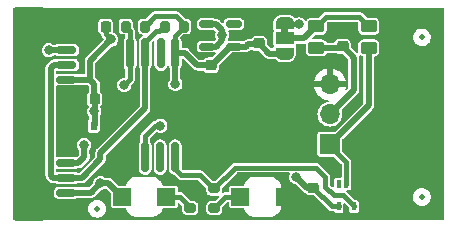
<source format=gbr>
%TF.GenerationSoftware,KiCad,Pcbnew,6.0.4-6f826c9f35~116~ubuntu20.04.1*%
%TF.CreationDate,2022-10-03T10:59:22+00:00*%
%TF.ProjectId,TFRPM01D,54465250-4d30-4314-942e-6b696361645f,rev?*%
%TF.SameCoordinates,PX7e721e0PY7e33658*%
%TF.FileFunction,Copper,L2,Bot*%
%TF.FilePolarity,Positive*%
%FSLAX46Y46*%
G04 Gerber Fmt 4.6, Leading zero omitted, Abs format (unit mm)*
G04 Created by KiCad (PCBNEW 6.0.4-6f826c9f35~116~ubuntu20.04.1) date 2022-10-03 10:59:22*
%MOMM*%
%LPD*%
G01*
G04 APERTURE LIST*
G04 Aperture macros list*
%AMRoundRect*
0 Rectangle with rounded corners*
0 $1 Rounding radius*
0 $2 $3 $4 $5 $6 $7 $8 $9 X,Y pos of 4 corners*
0 Add a 4 corners polygon primitive as box body*
4,1,4,$2,$3,$4,$5,$6,$7,$8,$9,$2,$3,0*
0 Add four circle primitives for the rounded corners*
1,1,$1+$1,$2,$3*
1,1,$1+$1,$4,$5*
1,1,$1+$1,$6,$7*
1,1,$1+$1,$8,$9*
0 Add four rect primitives between the rounded corners*
20,1,$1+$1,$2,$3,$4,$5,0*
20,1,$1+$1,$4,$5,$6,$7,0*
20,1,$1+$1,$6,$7,$8,$9,0*
20,1,$1+$1,$8,$9,$2,$3,0*%
%AMFreePoly0*
4,1,22,0.550000,-0.750000,0.000000,-0.750000,0.000000,-0.745033,-0.079941,-0.743568,-0.215256,-0.701293,-0.333266,-0.622738,-0.424486,-0.514219,-0.481581,-0.384460,-0.499164,-0.250000,-0.500000,-0.250000,-0.500000,0.250000,-0.499164,0.250000,-0.499963,0.256109,-0.478152,0.396186,-0.417904,0.524511,-0.324060,0.630769,-0.204165,0.706417,-0.067858,0.745374,0.000000,0.744959,0.000000,0.750000,
0.550000,0.750000,0.550000,-0.750000,0.550000,-0.750000,$1*%
%AMFreePoly1*
4,1,20,0.000000,0.744959,0.073905,0.744508,0.209726,0.703889,0.328688,0.626782,0.421226,0.519385,0.479903,0.390333,0.500000,0.250000,0.500000,-0.250000,0.499851,-0.262216,0.476331,-0.402017,0.414519,-0.529596,0.319384,-0.634700,0.198574,-0.708877,0.061801,-0.746166,0.000000,-0.745033,0.000000,-0.750000,-0.550000,-0.750000,-0.550000,0.750000,0.000000,0.750000,0.000000,0.744959,
0.000000,0.744959,$1*%
G04 Aperture macros list end*
%TA.AperFunction,SMDPad,CuDef*%
%ADD10R,0.600000X0.700000*%
%TD*%
%TA.AperFunction,ComponentPad*%
%ADD11C,6.000000*%
%TD*%
%TA.AperFunction,SMDPad,CuDef*%
%ADD12RoundRect,0.200000X0.200000X0.275000X-0.200000X0.275000X-0.200000X-0.275000X0.200000X-0.275000X0*%
%TD*%
%TA.AperFunction,ComponentPad*%
%ADD13R,1.700000X1.700000*%
%TD*%
%TA.AperFunction,ComponentPad*%
%ADD14O,1.700000X1.700000*%
%TD*%
%TA.AperFunction,SMDPad,CuDef*%
%ADD15RoundRect,0.150000X-0.512500X-0.150000X0.512500X-0.150000X0.512500X0.150000X-0.512500X0.150000X0*%
%TD*%
%TA.AperFunction,SMDPad,CuDef*%
%ADD16RoundRect,0.225000X0.225000X0.250000X-0.225000X0.250000X-0.225000X-0.250000X0.225000X-0.250000X0*%
%TD*%
%TA.AperFunction,SMDPad,CuDef*%
%ADD17RoundRect,0.150000X0.700000X-0.150000X0.700000X0.150000X-0.700000X0.150000X-0.700000X-0.150000X0*%
%TD*%
%TA.AperFunction,SMDPad,CuDef*%
%ADD18RoundRect,0.250000X1.100000X-0.250000X1.100000X0.250000X-1.100000X0.250000X-1.100000X-0.250000X0*%
%TD*%
%TA.AperFunction,SMDPad,CuDef*%
%ADD19RoundRect,0.200000X-0.275000X0.200000X-0.275000X-0.200000X0.275000X-0.200000X0.275000X0.200000X0*%
%TD*%
%TA.AperFunction,SMDPad,CuDef*%
%ADD20RoundRect,0.250000X-0.450000X0.262500X-0.450000X-0.262500X0.450000X-0.262500X0.450000X0.262500X0*%
%TD*%
%TA.AperFunction,SMDPad,CuDef*%
%ADD21RoundRect,0.250000X0.450000X-0.262500X0.450000X0.262500X-0.450000X0.262500X-0.450000X-0.262500X0*%
%TD*%
%TA.AperFunction,SMDPad,CuDef*%
%ADD22RoundRect,0.225000X-0.250000X0.225000X-0.250000X-0.225000X0.250000X-0.225000X0.250000X0.225000X0*%
%TD*%
%TA.AperFunction,SMDPad,CuDef*%
%ADD23O,0.700000X2.600000*%
%TD*%
%TA.AperFunction,SMDPad,CuDef*%
%ADD24RoundRect,0.225000X0.250000X-0.225000X0.250000X0.225000X-0.250000X0.225000X-0.250000X-0.225000X0*%
%TD*%
%TA.AperFunction,SMDPad,CuDef*%
%ADD25R,1.500000X1.500000*%
%TD*%
%TA.AperFunction,SMDPad,CuDef*%
%ADD26C,0.500000*%
%TD*%
%TA.AperFunction,SMDPad,CuDef*%
%ADD27R,0.400000X0.650000*%
%TD*%
%TA.AperFunction,SMDPad,CuDef*%
%ADD28RoundRect,0.200000X0.275000X-0.200000X0.275000X0.200000X-0.275000X0.200000X-0.275000X-0.200000X0*%
%TD*%
%TA.AperFunction,SMDPad,CuDef*%
%ADD29FreePoly0,270.000000*%
%TD*%
%TA.AperFunction,SMDPad,CuDef*%
%ADD30R,1.500000X1.000000*%
%TD*%
%TA.AperFunction,SMDPad,CuDef*%
%ADD31FreePoly1,270.000000*%
%TD*%
%TA.AperFunction,ViaPad*%
%ADD32C,0.800000*%
%TD*%
%TA.AperFunction,Conductor*%
%ADD33C,0.400000*%
%TD*%
%TA.AperFunction,Conductor*%
%ADD34C,0.500000*%
%TD*%
G04 APERTURE END LIST*
%TO.C,JP2*%
G36*
X2187500Y6825096D02*
G01*
X1587500Y6825096D01*
X1587500Y7325096D01*
X2187500Y7325096D01*
X2187500Y6825096D01*
G37*
%TD*%
D10*
%TO.P,D1,1,K*%
%TO.N,+5V*%
X-14286000Y-1016000D03*
%TO.P,D1,2,A*%
%TO.N,GND*%
X-15686000Y-1016000D03*
%TD*%
D11*
%TO.P,M2,1*%
%TO.N,GND*%
X0Y0D03*
%TD*%
D12*
%TO.P,R10,1*%
%TO.N,+3V3*%
X-6617000Y7425096D03*
%TO.P,R10,2*%
%TO.N,/SCL*%
X-8267000Y7425096D03*
%TD*%
D13*
%TO.P,J1,1*%
%TO.N,/COUNT*%
X5715000Y-2540000D03*
D14*
%TO.P,J1,2*%
%TO.N,Net-(C2-Pad1)*%
X5715000Y0D03*
%TO.P,J1,3*%
%TO.N,GND*%
X5715000Y2540000D03*
%TD*%
D15*
%TO.P,U3,1,VIN*%
%TO.N,+5V*%
X-4679500Y5725096D03*
%TO.P,U3,2,GND*%
%TO.N,GND*%
X-4679500Y6675096D03*
%TO.P,U3,3,EN*%
%TO.N,+5V*%
X-4679500Y7625096D03*
%TO.P,U3,4,NC*%
%TO.N,unconnected-(U3-Pad4)*%
X-2404500Y7625096D03*
%TO.P,U3,5,VOUT*%
%TO.N,+3V3*%
X-2404500Y5725096D03*
%TD*%
D16*
%TO.P,C3,1*%
%TO.N,+5V*%
X-14211000Y1270000D03*
%TO.P,C3,2*%
%TO.N,GND*%
X-15761000Y1270000D03*
%TD*%
%TO.P,C4,1*%
%TO.N,+5V*%
X-13267000Y7425096D03*
%TO.P,C4,2*%
%TO.N,GND*%
X-14817000Y7425096D03*
%TD*%
D17*
%TO.P,J2,1*%
%TO.N,+5V*%
X-16588000Y2931096D03*
%TO.P,J2,2*%
%TO.N,/SCL*%
X-16588000Y4181096D03*
%TO.P,J2,3*%
%TO.N,/SDA*%
X-16588000Y5431096D03*
%TO.P,J2,4*%
%TO.N,GND*%
X-16588000Y6681096D03*
D18*
%TO.P,J2,MP*%
X-19788000Y8531096D03*
X-19788000Y1081096D03*
%TD*%
D19*
%TO.P,R4,1*%
%TO.N,Net-(R4-Pad1)*%
X-4064000Y-6287000D03*
%TO.P,R4,2*%
%TO.N,Net-(D2-Pad2)*%
X-4064000Y-7937000D03*
%TD*%
D20*
%TO.P,R1,1*%
%TO.N,Net-(JP2-Pad2)*%
X9008000Y7437596D03*
%TO.P,R1,2*%
%TO.N,/COUNT*%
X9008000Y5612596D03*
%TD*%
D21*
%TO.P,R2,1*%
%TO.N,Net-(C2-Pad1)*%
X4572000Y5612596D03*
%TO.P,R2,2*%
%TO.N,Net-(JP2-Pad2)*%
X4572000Y7437596D03*
%TD*%
D12*
%TO.P,R3,1*%
%TO.N,+3V3*%
X-9917000Y7425096D03*
%TO.P,R3,2*%
%TO.N,/SDA*%
X-11567000Y7425096D03*
%TD*%
D22*
%TO.P,C6,1*%
%TO.N,+3V3*%
X4300000Y-6225000D03*
%TO.P,C6,2*%
%TO.N,GND*%
X4300000Y-7775000D03*
%TD*%
D17*
%TO.P,J3,1*%
%TO.N,+5V*%
X-16588000Y-6643904D03*
%TO.P,J3,2*%
%TO.N,/SCL*%
X-16588000Y-5393904D03*
%TO.P,J3,3*%
%TO.N,/SDA*%
X-16588000Y-4143904D03*
%TO.P,J3,4*%
%TO.N,GND*%
X-16588000Y-2893904D03*
D18*
%TO.P,J3,MP*%
X-19788000Y-8493904D03*
X-19788000Y-1043904D03*
%TD*%
D22*
%TO.P,C5,1*%
%TO.N,+3V3*%
X-4343400Y4150296D03*
%TO.P,C5,2*%
%TO.N,GND*%
X-4343400Y2600296D03*
%TD*%
D23*
%TO.P,U1,1,OSCI*%
%TO.N,Net-(R4-Pad1)*%
X-7387000Y-3638000D03*
%TO.P,U1,2,OSCO*%
%TO.N,unconnected-(U1-Pad2)*%
X-8657000Y-3638000D03*
%TO.P,U1,3,A0*%
%TO.N,Net-(JP1-Pad2)*%
X-9927000Y-3638000D03*
%TO.P,U1,4,VSS*%
%TO.N,GND*%
X-11202000Y-3638000D03*
%TO.P,U1,5,SDA*%
%TO.N,/SDA*%
X-11197000Y5162000D03*
%TO.P,U1,6,SCL*%
%TO.N,/SCL*%
X-9927000Y5162000D03*
%TO.P,U1,7,#INT*%
%TO.N,unconnected-(U1-Pad7)*%
X-8592000Y5162000D03*
%TO.P,U1,8,VDD*%
%TO.N,+3V3*%
X-7387000Y5162000D03*
%TD*%
D24*
%TO.P,C1,1*%
%TO.N,+3V3*%
X-292000Y6000096D03*
%TO.P,C1,2*%
%TO.N,GND*%
X-292000Y7550096D03*
%TD*%
%TO.P,C2,1*%
%TO.N,Net-(C2-Pad1)*%
X6790000Y5750096D03*
%TO.P,C2,2*%
%TO.N,GND*%
X6790000Y7300096D03*
%TD*%
D25*
%TO.P,D2,1,K*%
%TO.N,GND*%
X1880000Y-7000000D03*
%TO.P,D2,2,A*%
%TO.N,Net-(D2-Pad2)*%
X-1880000Y-7000000D03*
%TD*%
D26*
%TO.P,FID3,*%
%TO.N,*%
X-14000000Y-8000000D03*
%TD*%
D27*
%TO.P,U2,1*%
%TO.N,N/C*%
X6462000Y-5910904D03*
%TO.P,U2,2*%
%TO.N,/COUNT*%
X7112000Y-5910904D03*
%TO.P,U2,3,GND*%
%TO.N,GND*%
X7762000Y-5910904D03*
%TO.P,U2,4*%
%TO.N,Net-(R4-Pad1)*%
X7762000Y-7810904D03*
%TO.P,U2,5,VCC*%
%TO.N,+3V3*%
X6462000Y-7810904D03*
%TD*%
D28*
%TO.P,R5,1*%
%TO.N,Net-(D3-Pad1)*%
X-6096000Y-7937000D03*
%TO.P,R5,2*%
%TO.N,GND*%
X-6096000Y-6287000D03*
%TD*%
D26*
%TO.P,FID1,*%
%TO.N,*%
X13500000Y6500000D03*
%TD*%
D25*
%TO.P,D3,1,K*%
%TO.N,Net-(D3-Pad1)*%
X-8120000Y-7000000D03*
%TO.P,D3,2,A*%
%TO.N,+5V*%
X-11880000Y-7000000D03*
%TD*%
D26*
%TO.P,FID2,*%
%TO.N,*%
X13500000Y-7000000D03*
%TD*%
D29*
%TO.P,JP2,1,A*%
%TO.N,+5V*%
X1887500Y7725096D03*
D30*
%TO.P,JP2,2,C*%
%TO.N,Net-(JP2-Pad2)*%
X1887500Y6425096D03*
D31*
%TO.P,JP2,3,B*%
%TO.N,+3V3*%
X1887500Y5125096D03*
%TD*%
D32*
%TO.N,GND*%
X-1270000Y8382000D03*
X11412000Y-1171304D03*
X-12192000Y3807096D03*
X-17272000Y-8382000D03*
X-12192000Y-8384904D03*
X-20320000Y3302000D03*
X-20320000Y-6350000D03*
X-20320000Y-3302000D03*
X-20320000Y-5334000D03*
X-20320000Y6350000D03*
X-20320000Y-4318000D03*
X-20320000Y5334000D03*
X-20320000Y4318000D03*
X-16256000Y8506096D03*
X6096000Y-4572000D03*
X11412000Y-5056904D03*
X11412000Y-6160904D03*
X11412000Y-3952904D03*
X11412000Y8268096D03*
X-2286000Y3807096D03*
X11412000Y-8368904D03*
X11412000Y-7264904D03*
X3812000Y3131096D03*
X3812000Y1431096D03*
X11412000Y7125096D03*
X-2540000Y-8384904D03*
X-17018000Y0D03*
X-400000Y3700000D03*
X2286000Y-8382000D03*
X-11176000Y1270000D03*
X-12700000Y-510904D03*
X-1923406Y-5419175D03*
X10312000Y-5068904D03*
X-7900000Y-5600000D03*
X-5942000Y-3624904D03*
X-4188000Y-1368904D03*
X-12700000Y1267096D03*
X-4188000Y331096D03*
X3008000Y-2374904D03*
X-8636000Y2794000D03*
X11412000Y5096000D03*
X11412000Y6112000D03*
X5842000Y4318000D03*
X-7620000Y-8384904D03*
X-17018000Y-1270000D03*
X-12522200Y8506096D03*
X3810000Y-3302000D03*
X-18642000Y6975096D03*
X-17018000Y1270000D03*
X-17526000Y8506096D03*
X-3556000Y-3048000D03*
X-5080000Y-7100000D03*
%TO.N,+3V3*%
X-7366000Y2540000D03*
X2870200Y-5336904D03*
%TO.N,+5V*%
X-14224000Y254000D03*
X-12792000Y6325096D03*
X-13716000Y-5842000D03*
X3100000Y7600000D03*
X-3403600Y6705600D03*
%TO.N,/SDA*%
X-15100000Y-2600000D03*
X-18084800Y5407296D03*
X-11688000Y2481096D03*
%TO.N,Net-(JP1-Pad2)*%
X-8636000Y-968904D03*
%TD*%
D33*
%TO.N,Net-(D2-Pad2)*%
X-3127000Y-7000000D02*
X-4064000Y-7937000D01*
X-1880000Y-7000000D02*
X-3127000Y-7000000D01*
D34*
%TO.N,/COUNT*%
X5715000Y-2540000D02*
X8991600Y736600D01*
X8991600Y736600D02*
X8991600Y5556196D01*
D33*
X7112000Y-4066904D02*
X5715000Y-2669904D01*
X7112000Y-4066904D02*
X7112000Y-5910904D01*
%TO.N,+3V3*%
X-7387000Y4375096D02*
X-7387000Y6655096D01*
D34*
X-1194000Y5915096D02*
X-589000Y5915096D01*
X-7387000Y2561000D02*
X-7387000Y3535000D01*
X-7387000Y3535000D02*
X-7387000Y5162000D01*
D33*
X6462000Y-7810904D02*
X5885904Y-7810904D01*
D34*
X-4305000Y4150296D02*
X-2730200Y5725096D01*
X3758296Y-6225000D02*
X2870200Y-5336904D01*
X-5499400Y4150296D02*
X-4343400Y4150296D01*
D33*
X-6617000Y7600096D02*
X-7316520Y8299616D01*
D34*
X-2404500Y5725096D02*
X-1384000Y5725096D01*
X-2730200Y5725096D02*
X-2404500Y5725096D01*
X1958000Y5125096D02*
X583000Y5125096D01*
D33*
X-7316520Y8299616D02*
X-9092480Y8299616D01*
D34*
X-6511104Y5162000D02*
X-5499400Y4150296D01*
D33*
X-7387000Y6655096D02*
X-6617000Y7425096D01*
D34*
X-4343400Y4150296D02*
X-4305000Y4150296D01*
X-7387000Y5162000D02*
X-6511104Y5162000D01*
X-1384000Y5725096D02*
X-1194000Y5915096D01*
D33*
X-9092480Y8299616D02*
X-9967000Y7425096D01*
X5885904Y-7810904D02*
X4300000Y-6225000D01*
D34*
X4300000Y-6225000D02*
X3758296Y-6225000D01*
X583000Y5125096D02*
X-292000Y6000096D01*
%TO.N,+5V*%
X-3403600Y6248400D02*
X-3926904Y5725096D01*
X-13038000Y-5842000D02*
X-11880000Y-7000000D01*
X-3926904Y5725096D02*
X-4679500Y5725096D01*
X-14224000Y2560192D02*
X-14594904Y2931096D01*
X-14224000Y2560192D02*
X-14224000Y1283000D01*
X-3403600Y6705600D02*
X-3403600Y6248400D01*
X-14211000Y1270000D02*
X-14211000Y-941000D01*
X-14211000Y-941000D02*
X-14286000Y-1016000D01*
X-3403600Y6705600D02*
X-3403600Y7086600D01*
X-3942096Y7625096D02*
X-4642000Y7625096D01*
X-12792000Y6325096D02*
X-12801104Y6325096D01*
D33*
X3100000Y7600000D02*
X2012596Y7600000D01*
D34*
X-14594904Y4531296D02*
X-14594904Y2931096D01*
X-3403600Y7086600D02*
X-3942096Y7625096D01*
X-13716000Y-5842000D02*
X-13038000Y-5842000D01*
X-14517904Y-6643904D02*
X-13716000Y-5842000D01*
D33*
X-13267000Y6800096D02*
X-12792000Y6325096D01*
D34*
X-12801104Y6325096D02*
X-14594904Y4531296D01*
X-16588000Y-6643904D02*
X-14517904Y-6643904D01*
D33*
X-13267000Y7425096D02*
X-13267000Y6800096D01*
D34*
X-16588000Y2931096D02*
X-14594904Y2931096D01*
%TO.N,/SDA*%
X-15100000Y-2600000D02*
X-15079236Y-3649236D01*
X-15079236Y-3649236D02*
X-15573904Y-4143904D01*
D33*
X-11197000Y2972096D02*
X-11688000Y2481096D01*
D34*
X-15573904Y-4143904D02*
X-16588000Y-4143904D01*
D33*
X-11197000Y4375096D02*
X-11197000Y7005096D01*
D34*
X-18061000Y5431096D02*
X-18084800Y5407296D01*
X-16588000Y5431096D02*
X-18061000Y5431096D01*
D33*
X-11197000Y7005096D02*
X-11617000Y7425096D01*
X-11197000Y4375096D02*
X-11197000Y2972096D01*
D34*
%TO.N,/SCL*%
X-15299904Y-5393904D02*
X-16588000Y-5393904D01*
D33*
X-8740504Y7007496D02*
X-8994504Y7007496D01*
D34*
X-17913000Y-5201000D02*
X-17913000Y3931000D01*
X-16588000Y-5393904D02*
X-17720096Y-5393904D01*
D33*
X-8994504Y7007496D02*
X-9927000Y6075000D01*
D34*
X-17913000Y3931000D02*
X-17662904Y4181096D01*
X-13716000Y-3302000D02*
X-13716000Y-3810000D01*
X-9927000Y487000D02*
X-13716000Y-3302000D01*
X-17662904Y4181096D02*
X-16588000Y4181096D01*
X-17720096Y-5393904D02*
X-17913000Y-5201000D01*
X-13716000Y-3810000D02*
X-15299904Y-5393904D01*
D33*
X-8322904Y7425096D02*
X-8740504Y7007496D01*
D34*
X-9927000Y4375096D02*
X-9927000Y487000D01*
D33*
%TO.N,Net-(R4-Pad1)*%
X-4155304Y-6287000D02*
X-5283200Y-5159104D01*
X6858000Y-6858000D02*
X7762000Y-7762000D01*
X-4064000Y-6287000D02*
X-2301104Y-4524104D01*
X5334000Y-6134000D02*
X6058000Y-6858000D01*
X-4064000Y-6287000D02*
X-4155304Y-6287000D01*
X-7387000Y-4630104D02*
X-7387000Y-3638000D01*
X-2301104Y-4524104D02*
X4524104Y-4524104D01*
X4524104Y-4524104D02*
X5334000Y-5334000D01*
X-5283200Y-5159104D02*
X-6858000Y-5159104D01*
X5334000Y-5334000D02*
X5334000Y-6134000D01*
X-6858000Y-5159104D02*
X-7387000Y-4630104D01*
X6058000Y-6858000D02*
X6858000Y-6858000D01*
%TO.N,Net-(JP1-Pad2)*%
X-9927000Y-1829904D02*
X-9927000Y-3638000D01*
X-9066000Y-968904D02*
X-9927000Y-1829904D01*
X-8636000Y-968904D02*
X-9066000Y-968904D01*
D34*
%TO.N,Net-(JP2-Pad2)*%
X3559500Y6425096D02*
X4572000Y7437596D01*
D33*
X5357202Y8222798D02*
X4572000Y7437596D01*
X8222798Y8222798D02*
X5357202Y8222798D01*
D34*
X1958000Y6425096D02*
X3559500Y6425096D01*
D33*
X9008000Y7437596D02*
X8222798Y8222798D01*
D34*
X2443000Y6347096D02*
X2443000Y6250096D01*
X2443000Y6250096D02*
X2413000Y6220096D01*
%TO.N,Net-(C2-Pad1)*%
X6604000Y5575000D02*
X6965096Y5575000D01*
X4572000Y5612596D02*
X6566404Y5612596D01*
X6965096Y5575000D02*
X7741489Y4798607D01*
X7741489Y4798607D02*
X7741489Y2026489D01*
X7741489Y2026489D02*
X5715000Y0D01*
D33*
%TO.N,Net-(D3-Pad1)*%
X-6970000Y-7000000D02*
X-8120000Y-7000000D01*
X-6096000Y-7874000D02*
X-6970000Y-7000000D01*
%TD*%
%TA.AperFunction,Conductor*%
%TO.N,GND*%
G36*
X15383066Y9007187D02*
G01*
X15408376Y8963350D01*
X15409500Y8950500D01*
X15409500Y-8900500D01*
X15392187Y-8948066D01*
X15348350Y-8973376D01*
X15335500Y-8974500D01*
X-21015500Y-8974500D01*
X-21063066Y-8957187D01*
X-21088376Y-8913350D01*
X-21089500Y-8900500D01*
X-21089500Y-7989455D01*
X-14755175Y-7989455D01*
X-14750182Y-8040374D01*
X-14740920Y-8134838D01*
X-14738745Y-8157025D01*
X-14737441Y-8160946D01*
X-14737440Y-8160949D01*
X-14703723Y-8262304D01*
X-14685598Y-8316791D01*
X-14598376Y-8460812D01*
X-14595504Y-8463786D01*
X-14541218Y-8520000D01*
X-14481414Y-8581929D01*
X-14477955Y-8584193D01*
X-14477952Y-8584195D01*
X-14343990Y-8671858D01*
X-14343987Y-8671860D01*
X-14340525Y-8674125D01*
X-14336645Y-8675568D01*
X-14186589Y-8731373D01*
X-14186587Y-8731373D01*
X-14182711Y-8732815D01*
X-14139781Y-8738543D01*
X-14019920Y-8754536D01*
X-14019916Y-8754536D01*
X-14015817Y-8755083D01*
X-14011696Y-8754708D01*
X-14011692Y-8754708D01*
X-13940113Y-8748193D01*
X-13848136Y-8739823D01*
X-13688003Y-8687793D01*
X-13667495Y-8675568D01*
X-13546930Y-8603696D01*
X-13543377Y-8601578D01*
X-13421446Y-8485465D01*
X-13328269Y-8345223D01*
X-13317469Y-8316791D01*
X-13269948Y-8191692D01*
X-13269947Y-8191686D01*
X-13268479Y-8187823D01*
X-13266283Y-8172200D01*
X-13245368Y-8023389D01*
X-13245368Y-8023383D01*
X-13245045Y-8021088D01*
X-13244907Y-8011205D01*
X-13244783Y-8002329D01*
X-13244783Y-8002322D01*
X-13244751Y-8000000D01*
X-13263519Y-7832676D01*
X-13265067Y-7828231D01*
X-13317532Y-7677572D01*
X-13317534Y-7677568D01*
X-13318892Y-7673668D01*
X-13324814Y-7664190D01*
X-13405923Y-7534388D01*
X-13405925Y-7534386D01*
X-13408116Y-7530879D01*
X-13526758Y-7411406D01*
X-13668921Y-7321187D01*
X-13697049Y-7311171D01*
X-13823636Y-7266095D01*
X-13823640Y-7266094D01*
X-13827538Y-7264706D01*
X-13831646Y-7264216D01*
X-13831651Y-7264215D01*
X-13990618Y-7245259D01*
X-13994727Y-7244769D01*
X-13998837Y-7245201D01*
X-13998838Y-7245201D01*
X-14158070Y-7261937D01*
X-14158071Y-7261937D01*
X-14162179Y-7262369D01*
X-14178987Y-7268091D01*
X-14317658Y-7315298D01*
X-14317662Y-7315300D01*
X-14321569Y-7316630D01*
X-14464978Y-7404856D01*
X-14585276Y-7522661D01*
X-14676485Y-7664190D01*
X-14690468Y-7702608D01*
X-14732657Y-7818517D01*
X-14732658Y-7818522D01*
X-14734073Y-7822409D01*
X-14734592Y-7826514D01*
X-14734592Y-7826516D01*
X-14751270Y-7958545D01*
X-14755175Y-7989455D01*
X-21089500Y-7989455D01*
X-21089500Y-6827122D01*
X-17638500Y-6827122D01*
X-17638105Y-6829805D01*
X-17629196Y-6890327D01*
X-17629195Y-6890330D01*
X-17628358Y-6896016D01*
X-17625825Y-6901176D01*
X-17625824Y-6901178D01*
X-17603316Y-6947021D01*
X-17576932Y-7000759D01*
X-17572603Y-7005080D01*
X-17572602Y-7005082D01*
X-17500610Y-7076948D01*
X-17494350Y-7083197D01*
X-17488853Y-7085884D01*
X-17395066Y-7131728D01*
X-17389518Y-7134440D01*
X-17321218Y-7144404D01*
X-15854782Y-7144404D01*
X-15848637Y-7143499D01*
X-15791577Y-7135100D01*
X-15791574Y-7135099D01*
X-15785888Y-7134262D01*
X-15780728Y-7131729D01*
X-15780726Y-7131728D01*
X-15720133Y-7101978D01*
X-15687520Y-7094404D01*
X-14549055Y-7094404D01*
X-14540358Y-7094917D01*
X-14528712Y-7096295D01*
X-14503594Y-7099268D01*
X-14498152Y-7098274D01*
X-14498149Y-7098274D01*
X-14445104Y-7088586D01*
X-14442811Y-7088204D01*
X-14389408Y-7080175D01*
X-14389407Y-7080175D01*
X-14383942Y-7079353D01*
X-14379106Y-7077030D01*
X-14378768Y-7076948D01*
X-14378504Y-7076857D01*
X-14376267Y-7076131D01*
X-14375958Y-7076036D01*
X-14375608Y-7075892D01*
X-14370331Y-7074929D01*
X-14317562Y-7047518D01*
X-14315491Y-7046483D01*
X-14266812Y-7023108D01*
X-14266811Y-7023107D01*
X-14261825Y-7020713D01*
X-14257881Y-7017067D01*
X-14256973Y-7016525D01*
X-14253862Y-7014429D01*
X-14250116Y-7012483D01*
X-14245076Y-7008179D01*
X-14207106Y-6970209D01*
X-14205011Y-6968195D01*
X-14166411Y-6932514D01*
X-14166410Y-6932513D01*
X-14162348Y-6928758D01*
X-14159569Y-6923974D01*
X-14156872Y-6920607D01*
X-14151446Y-6914549D01*
X-13697576Y-6460680D01*
X-13654910Y-6439639D01*
X-13623267Y-6435474D01*
X-13564043Y-6427677D01*
X-13564040Y-6427676D01*
X-13559238Y-6427044D01*
X-13413159Y-6366536D01*
X-13409314Y-6363586D01*
X-13409311Y-6363584D01*
X-13336602Y-6307792D01*
X-13291554Y-6292500D01*
X-13255255Y-6292500D01*
X-13207689Y-6309813D01*
X-13202929Y-6314174D01*
X-12852174Y-6664929D01*
X-12830782Y-6710805D01*
X-12830500Y-6717255D01*
X-12830500Y-7769748D01*
X-12818867Y-7828231D01*
X-12814816Y-7834293D01*
X-12814816Y-7834294D01*
X-12813151Y-7836786D01*
X-12774552Y-7894552D01*
X-12768491Y-7898602D01*
X-12724654Y-7927893D01*
X-12708231Y-7938867D01*
X-12663705Y-7947724D01*
X-12653318Y-7949790D01*
X-12653317Y-7949790D01*
X-12649748Y-7950500D01*
X-11625452Y-7950500D01*
X-11577886Y-7967813D01*
X-11553973Y-8005348D01*
X-11543752Y-8043495D01*
X-11542385Y-8046426D01*
X-11471958Y-8197461D01*
X-11469768Y-8202158D01*
X-11457136Y-8220198D01*
X-11383914Y-8324771D01*
X-11369355Y-8345564D01*
X-11245566Y-8469354D01*
X-11102161Y-8569768D01*
X-11099239Y-8571131D01*
X-11099233Y-8571134D01*
X-11029403Y-8603696D01*
X-10943499Y-8643754D01*
X-10774399Y-8689064D01*
X-10771178Y-8689346D01*
X-10771177Y-8689346D01*
X-10643206Y-8700542D01*
X-10637379Y-8701286D01*
X-10615178Y-8705021D01*
X-10615176Y-8705021D01*
X-10612354Y-8705496D01*
X-10609492Y-8705531D01*
X-10607001Y-8705561D01*
X-10600000Y-8705647D01*
X-10569276Y-8701247D01*
X-10558785Y-8700500D01*
X-9448228Y-8700500D01*
X-9435950Y-8701526D01*
X-9412354Y-8705496D01*
X-9409491Y-8705531D01*
X-9407817Y-8705551D01*
X-9400000Y-8705647D01*
X-9397174Y-8705242D01*
X-9397169Y-8705242D01*
X-9378294Y-8702539D01*
X-9374255Y-8702074D01*
X-9304377Y-8695960D01*
X-9225600Y-8689068D01*
X-9056500Y-8643757D01*
X-8959933Y-8598727D01*
X-8900765Y-8571137D01*
X-8900759Y-8571134D01*
X-8897837Y-8569771D01*
X-8754432Y-8469357D01*
X-8630642Y-8345566D01*
X-8627690Y-8341351D01*
X-8536702Y-8211404D01*
X-8530229Y-8202160D01*
X-8525347Y-8191692D01*
X-8457611Y-8046427D01*
X-8456244Y-8043496D01*
X-8450856Y-8023389D01*
X-8446021Y-8005347D01*
X-8416987Y-7963882D01*
X-8374543Y-7950500D01*
X-7350252Y-7950500D01*
X-7346683Y-7949790D01*
X-7346682Y-7949790D01*
X-7336295Y-7947724D01*
X-7291769Y-7938867D01*
X-7275345Y-7927893D01*
X-7231509Y-7898602D01*
X-7225448Y-7894552D01*
X-7186849Y-7836786D01*
X-7185184Y-7834294D01*
X-7185184Y-7834293D01*
X-7181133Y-7828231D01*
X-7169500Y-7769748D01*
X-7169500Y-7545545D01*
X-7152187Y-7497979D01*
X-7108350Y-7472669D01*
X-7058500Y-7481459D01*
X-7043174Y-7493219D01*
X-6793174Y-7743219D01*
X-6771782Y-7789095D01*
X-6771500Y-7795545D01*
X-6771499Y-7985352D01*
X-6771499Y-8168518D01*
X-6771044Y-8171390D01*
X-6771044Y-8171392D01*
X-6768935Y-8184706D01*
X-6756646Y-8262304D01*
X-6747397Y-8280456D01*
X-6701696Y-8370150D01*
X-6701694Y-8370152D01*
X-6699050Y-8375342D01*
X-6609342Y-8465050D01*
X-6604152Y-8467694D01*
X-6604150Y-8467696D01*
X-6501498Y-8520000D01*
X-6501495Y-8520001D01*
X-6496304Y-8522646D01*
X-6490552Y-8523557D01*
X-6490549Y-8523558D01*
X-6405398Y-8537044D01*
X-6402519Y-8537500D01*
X-6096000Y-8537500D01*
X-5789482Y-8537499D01*
X-5786610Y-8537044D01*
X-5786608Y-8537044D01*
X-5754910Y-8532024D01*
X-5695696Y-8522646D01*
X-5628318Y-8488315D01*
X-5587850Y-8467696D01*
X-5587848Y-8467694D01*
X-5582658Y-8465050D01*
X-5492950Y-8375342D01*
X-5490306Y-8370152D01*
X-5490304Y-8370150D01*
X-5438000Y-8267498D01*
X-5437999Y-8267495D01*
X-5435354Y-8262304D01*
X-5434443Y-8256552D01*
X-5434442Y-8256549D01*
X-5420955Y-8171392D01*
X-5420500Y-8168519D01*
X-5420501Y-7705482D01*
X-5421817Y-7697169D01*
X-5434443Y-7617450D01*
X-5435354Y-7611696D01*
X-5474601Y-7534669D01*
X-5490304Y-7503850D01*
X-5490306Y-7503848D01*
X-5492950Y-7498658D01*
X-5582658Y-7408950D01*
X-5587848Y-7406306D01*
X-5587850Y-7406304D01*
X-5690502Y-7354000D01*
X-5690505Y-7353999D01*
X-5695696Y-7351354D01*
X-5701448Y-7350443D01*
X-5701451Y-7350442D01*
X-5786608Y-7336955D01*
X-5789481Y-7336500D01*
X-6036455Y-7336500D01*
X-6084021Y-7319187D01*
X-6088781Y-7314826D01*
X-6709091Y-6694516D01*
X-6709095Y-6694513D01*
X-6731658Y-6671950D01*
X-6739267Y-6668073D01*
X-6754902Y-6660106D01*
X-6764802Y-6654039D01*
X-6781196Y-6642128D01*
X-6781201Y-6642126D01*
X-6785910Y-6638704D01*
X-6791448Y-6636905D01*
X-6791449Y-6636904D01*
X-6810722Y-6630642D01*
X-6821450Y-6626198D01*
X-6839503Y-6617000D01*
X-6844696Y-6614354D01*
X-6860456Y-6611858D01*
X-6870463Y-6610273D01*
X-6881754Y-6607562D01*
X-6901026Y-6601300D01*
X-6901029Y-6601300D01*
X-6906567Y-6599500D01*
X-7095500Y-6599500D01*
X-7143066Y-6582187D01*
X-7168376Y-6538350D01*
X-7169500Y-6525500D01*
X-7169500Y-6230252D01*
X-7181133Y-6171769D01*
X-7191522Y-6156220D01*
X-7221398Y-6111509D01*
X-7225448Y-6105448D01*
X-7291769Y-6061133D01*
X-7336295Y-6052276D01*
X-7346682Y-6050210D01*
X-7346683Y-6050210D01*
X-7350252Y-6049500D01*
X-8374542Y-6049500D01*
X-8422108Y-6032187D01*
X-8446020Y-5994653D01*
X-8455406Y-5959626D01*
X-8456244Y-5956498D01*
X-8510761Y-5839589D01*
X-8528865Y-5800765D01*
X-8528866Y-5800764D01*
X-8530231Y-5797836D01*
X-8542083Y-5780909D01*
X-8608190Y-5686501D01*
X-8630645Y-5654432D01*
X-8754434Y-5530643D01*
X-8889277Y-5436226D01*
X-8895194Y-5432083D01*
X-8897839Y-5430231D01*
X-9056502Y-5356246D01*
X-9110743Y-5341712D01*
X-9222481Y-5311772D01*
X-9225601Y-5310936D01*
X-9228822Y-5310654D01*
X-9228823Y-5310654D01*
X-9356794Y-5299458D01*
X-9362621Y-5298714D01*
X-9384822Y-5294979D01*
X-9384824Y-5294979D01*
X-9387646Y-5294504D01*
X-9390508Y-5294469D01*
X-9392999Y-5294439D01*
X-9400000Y-5294353D01*
X-9421849Y-5297482D01*
X-9430724Y-5298753D01*
X-9441215Y-5299500D01*
X-10551772Y-5299500D01*
X-10564049Y-5298474D01*
X-10584823Y-5294979D01*
X-10584822Y-5294979D01*
X-10587646Y-5294504D01*
X-10590509Y-5294469D01*
X-10591629Y-5294455D01*
X-10600000Y-5294353D01*
X-10602832Y-5294759D01*
X-10602838Y-5294759D01*
X-10621852Y-5297482D01*
X-10625889Y-5297947D01*
X-10774398Y-5310940D01*
X-10943497Y-5356249D01*
X-10946417Y-5357611D01*
X-10946418Y-5357611D01*
X-11099237Y-5428871D01*
X-11099241Y-5428873D01*
X-11102159Y-5430234D01*
X-11104804Y-5432086D01*
X-11242913Y-5528790D01*
X-11242916Y-5528793D01*
X-11245563Y-5530646D01*
X-11369352Y-5654435D01*
X-11396715Y-5693513D01*
X-11467910Y-5795188D01*
X-11469766Y-5797838D01*
X-11471129Y-5800760D01*
X-11471132Y-5800766D01*
X-11514796Y-5894404D01*
X-11543752Y-5956500D01*
X-11553975Y-5994653D01*
X-11583008Y-6036117D01*
X-11625453Y-6049500D01*
X-12162745Y-6049500D01*
X-12210311Y-6032187D01*
X-12215071Y-6027826D01*
X-12697423Y-5545474D01*
X-12703210Y-5538961D01*
X-12722703Y-5514234D01*
X-12722705Y-5514232D01*
X-12726128Y-5509890D01*
X-12740592Y-5499893D01*
X-12775056Y-5476074D01*
X-12776948Y-5474722D01*
X-12820366Y-5442652D01*
X-12820370Y-5442650D01*
X-12824816Y-5439366D01*
X-12829882Y-5437588D01*
X-12830185Y-5437403D01*
X-12830445Y-5437276D01*
X-12832506Y-5436226D01*
X-12832811Y-5436064D01*
X-12833155Y-5435920D01*
X-12837569Y-5432869D01*
X-12894268Y-5414937D01*
X-12896471Y-5414202D01*
X-12947408Y-5396315D01*
X-12947409Y-5396315D01*
X-12952631Y-5394481D01*
X-12957994Y-5394271D01*
X-12959013Y-5394013D01*
X-12962703Y-5393294D01*
X-12966730Y-5392020D01*
X-12973337Y-5391500D01*
X-13027039Y-5391500D01*
X-13029945Y-5391443D01*
X-13082470Y-5389379D01*
X-13087994Y-5389162D01*
X-13093336Y-5390578D01*
X-13097636Y-5391053D01*
X-13105754Y-5391500D01*
X-13291554Y-5391500D01*
X-13336602Y-5376208D01*
X-13409311Y-5320416D01*
X-13409314Y-5320414D01*
X-13413159Y-5317464D01*
X-13559238Y-5256956D01*
X-13564040Y-5256324D01*
X-13564043Y-5256323D01*
X-13711192Y-5236951D01*
X-13716000Y-5236318D01*
X-13720808Y-5236951D01*
X-13867957Y-5256323D01*
X-13867960Y-5256324D01*
X-13872762Y-5256956D01*
X-14018841Y-5317464D01*
X-14022685Y-5320414D01*
X-14022689Y-5320416D01*
X-14119212Y-5394481D01*
X-14144282Y-5413718D01*
X-14147237Y-5417569D01*
X-14237584Y-5535311D01*
X-14237586Y-5535315D01*
X-14240536Y-5539159D01*
X-14301044Y-5685238D01*
X-14301676Y-5690040D01*
X-14301677Y-5690043D01*
X-14306412Y-5726014D01*
X-14311745Y-5766525D01*
X-14313639Y-5780909D01*
X-14334680Y-5823576D01*
X-14682833Y-6171730D01*
X-14728709Y-6193122D01*
X-14735159Y-6193404D01*
X-15687458Y-6193404D01*
X-15719955Y-6185887D01*
X-15781322Y-6155890D01*
X-15781323Y-6155890D01*
X-15786482Y-6153368D01*
X-15854782Y-6143404D01*
X-17321218Y-6143404D01*
X-17323901Y-6143799D01*
X-17384423Y-6152708D01*
X-17384426Y-6152709D01*
X-17390112Y-6153546D01*
X-17395272Y-6156079D01*
X-17395274Y-6156080D01*
X-17427149Y-6171730D01*
X-17494855Y-6204972D01*
X-17499176Y-6209301D01*
X-17499178Y-6209302D01*
X-17572972Y-6283225D01*
X-17577293Y-6287554D01*
X-17579980Y-6293051D01*
X-17622704Y-6380456D01*
X-17628536Y-6392386D01*
X-17638500Y-6460686D01*
X-17638500Y-6827122D01*
X-21089500Y-6827122D01*
X-21089500Y-5215310D01*
X-18368364Y-5215310D01*
X-18367370Y-5220752D01*
X-18367370Y-5220755D01*
X-18357682Y-5273800D01*
X-18357300Y-5276093D01*
X-18352104Y-5310654D01*
X-18348449Y-5334962D01*
X-18346126Y-5339798D01*
X-18346044Y-5340136D01*
X-18345953Y-5340400D01*
X-18345227Y-5342637D01*
X-18345132Y-5342946D01*
X-18344988Y-5343296D01*
X-18344025Y-5348573D01*
X-18320233Y-5394374D01*
X-18316618Y-5401334D01*
X-18315583Y-5403405D01*
X-18289809Y-5457079D01*
X-18286163Y-5461023D01*
X-18285621Y-5461931D01*
X-18283525Y-5465042D01*
X-18281579Y-5468788D01*
X-18277275Y-5473828D01*
X-18239305Y-5511798D01*
X-18237291Y-5513893D01*
X-18197854Y-5556556D01*
X-18193072Y-5559334D01*
X-18189705Y-5562031D01*
X-18183646Y-5567457D01*
X-18060673Y-5690430D01*
X-18054886Y-5696943D01*
X-18036544Y-5720209D01*
X-18031968Y-5726014D01*
X-18027419Y-5729158D01*
X-18027418Y-5729159D01*
X-17983040Y-5759830D01*
X-17981148Y-5761182D01*
X-17937730Y-5793252D01*
X-17937726Y-5793254D01*
X-17933280Y-5796538D01*
X-17928214Y-5798316D01*
X-17927911Y-5798501D01*
X-17927651Y-5798628D01*
X-17925590Y-5799678D01*
X-17925285Y-5799840D01*
X-17924941Y-5799984D01*
X-17920527Y-5803035D01*
X-17881379Y-5815416D01*
X-17863828Y-5820967D01*
X-17861625Y-5821702D01*
X-17814145Y-5838375D01*
X-17805465Y-5841423D01*
X-17800102Y-5841633D01*
X-17799083Y-5841891D01*
X-17795393Y-5842610D01*
X-17791366Y-5843884D01*
X-17784759Y-5844404D01*
X-17731057Y-5844404D01*
X-17728151Y-5844461D01*
X-17675630Y-5846525D01*
X-17675629Y-5846525D01*
X-17670102Y-5846742D01*
X-17664755Y-5845324D01*
X-17660470Y-5844851D01*
X-17652349Y-5844404D01*
X-17488542Y-5844404D01*
X-17456045Y-5851921D01*
X-17394678Y-5881918D01*
X-17394677Y-5881918D01*
X-17389518Y-5884440D01*
X-17321218Y-5894404D01*
X-15854782Y-5894404D01*
X-15848637Y-5893499D01*
X-15791577Y-5885100D01*
X-15791574Y-5885099D01*
X-15785888Y-5884262D01*
X-15780728Y-5881729D01*
X-15780726Y-5881728D01*
X-15720133Y-5851978D01*
X-15687520Y-5844404D01*
X-15331055Y-5844404D01*
X-15322358Y-5844917D01*
X-15310712Y-5846295D01*
X-15285594Y-5849268D01*
X-15280152Y-5848274D01*
X-15280149Y-5848274D01*
X-15227104Y-5838586D01*
X-15224811Y-5838204D01*
X-15171408Y-5830175D01*
X-15171407Y-5830175D01*
X-15165942Y-5829353D01*
X-15161106Y-5827030D01*
X-15160768Y-5826948D01*
X-15160504Y-5826857D01*
X-15158267Y-5826131D01*
X-15157958Y-5826036D01*
X-15157608Y-5825892D01*
X-15152331Y-5824929D01*
X-15099562Y-5797518D01*
X-15097491Y-5796483D01*
X-15048812Y-5773108D01*
X-15048811Y-5773107D01*
X-15043825Y-5770713D01*
X-15039881Y-5767067D01*
X-15038973Y-5766525D01*
X-15035862Y-5764429D01*
X-15032116Y-5762483D01*
X-15027076Y-5758179D01*
X-14989106Y-5720209D01*
X-14987011Y-5718195D01*
X-14948411Y-5682514D01*
X-14948410Y-5682513D01*
X-14944348Y-5678758D01*
X-14941570Y-5673975D01*
X-14938871Y-5670606D01*
X-14933445Y-5664548D01*
X-13894681Y-4625785D01*
X-10477500Y-4625785D01*
X-10462206Y-4737432D01*
X-10402305Y-4875855D01*
X-10380025Y-4903368D01*
X-10313310Y-4985754D01*
X-10307386Y-4993070D01*
X-10303274Y-4995992D01*
X-10188553Y-5077521D01*
X-10188550Y-5077523D01*
X-10184442Y-5080442D01*
X-10042532Y-5131533D01*
X-10037503Y-5131902D01*
X-10037500Y-5131903D01*
X-9961117Y-5137512D01*
X-9892109Y-5142580D01*
X-9887165Y-5141583D01*
X-9887163Y-5141583D01*
X-9749200Y-5113764D01*
X-9749198Y-5113763D01*
X-9744257Y-5112767D01*
X-9609868Y-5044293D01*
X-9557341Y-4995992D01*
X-9502559Y-4945618D01*
X-9502556Y-4945614D01*
X-9498844Y-4942201D01*
X-9496187Y-4937915D01*
X-9496184Y-4937912D01*
X-9429930Y-4831054D01*
X-9419365Y-4814014D01*
X-9377285Y-4669175D01*
X-9376744Y-4661806D01*
X-9376599Y-4659840D01*
X-9376599Y-4659826D01*
X-9376500Y-4658485D01*
X-9376500Y-4625785D01*
X-9207500Y-4625785D01*
X-9192206Y-4737432D01*
X-9132305Y-4875855D01*
X-9110025Y-4903368D01*
X-9043310Y-4985754D01*
X-9037386Y-4993070D01*
X-9033274Y-4995992D01*
X-8918553Y-5077521D01*
X-8918550Y-5077523D01*
X-8914442Y-5080442D01*
X-8772532Y-5131533D01*
X-8767503Y-5131902D01*
X-8767500Y-5131903D01*
X-8691117Y-5137512D01*
X-8622109Y-5142580D01*
X-8617165Y-5141583D01*
X-8617163Y-5141583D01*
X-8479200Y-5113764D01*
X-8479198Y-5113763D01*
X-8474257Y-5112767D01*
X-8339868Y-5044293D01*
X-8287341Y-4995992D01*
X-8232559Y-4945618D01*
X-8232556Y-4945614D01*
X-8228844Y-4942201D01*
X-8226187Y-4937915D01*
X-8226184Y-4937912D01*
X-8159930Y-4831054D01*
X-8149365Y-4814014D01*
X-8107285Y-4669175D01*
X-8106744Y-4661806D01*
X-8106599Y-4659840D01*
X-8106599Y-4659826D01*
X-8106500Y-4658485D01*
X-8106500Y-2650215D01*
X-8121794Y-2538568D01*
X-8181695Y-2400145D01*
X-8238189Y-2330381D01*
X-8273440Y-2286849D01*
X-8273442Y-2286847D01*
X-8276614Y-2282930D01*
X-8317301Y-2254015D01*
X-8395447Y-2198479D01*
X-8395450Y-2198477D01*
X-8399558Y-2195558D01*
X-8473983Y-2168763D01*
X-8536721Y-2146176D01*
X-8541468Y-2144467D01*
X-8546497Y-2144098D01*
X-8546500Y-2144097D01*
X-8622883Y-2138488D01*
X-8691891Y-2133420D01*
X-8696835Y-2134417D01*
X-8696837Y-2134417D01*
X-8834800Y-2162236D01*
X-8834802Y-2162237D01*
X-8839743Y-2163233D01*
X-8974132Y-2231707D01*
X-9021364Y-2275139D01*
X-9081441Y-2330382D01*
X-9081444Y-2330386D01*
X-9085156Y-2333799D01*
X-9087813Y-2338085D01*
X-9087816Y-2338088D01*
X-9123862Y-2396226D01*
X-9164635Y-2461986D01*
X-9166042Y-2466830D01*
X-9203335Y-2595192D01*
X-9206715Y-2606825D01*
X-9206999Y-2610694D01*
X-9207401Y-2616160D01*
X-9207401Y-2616174D01*
X-9207500Y-2617515D01*
X-9207500Y-4625785D01*
X-9376500Y-4625785D01*
X-9376500Y-2650215D01*
X-9391794Y-2538568D01*
X-9451695Y-2400145D01*
X-9510009Y-2328133D01*
X-9526500Y-2281564D01*
X-9526500Y-2026449D01*
X-9509187Y-1978883D01*
X-9504826Y-1974123D01*
X-9032608Y-1501905D01*
X-8986732Y-1480513D01*
X-8943282Y-1490145D01*
X-8942689Y-1490488D01*
X-8938841Y-1493440D01*
X-8792762Y-1553948D01*
X-8787960Y-1554580D01*
X-8787957Y-1554581D01*
X-8640808Y-1573953D01*
X-8636000Y-1574586D01*
X-8631192Y-1573953D01*
X-8484043Y-1554581D01*
X-8484040Y-1554580D01*
X-8479238Y-1553948D01*
X-8333159Y-1493440D01*
X-8329315Y-1490490D01*
X-8329311Y-1490488D01*
X-8211569Y-1400141D01*
X-8207718Y-1397186D01*
X-8196148Y-1382108D01*
X-8114416Y-1275593D01*
X-8114414Y-1275589D01*
X-8111464Y-1271745D01*
X-8050956Y-1125666D01*
X-8046217Y-1089674D01*
X-8030951Y-973712D01*
X-8030318Y-968904D01*
X-8041843Y-881364D01*
X-8050323Y-816947D01*
X-8050324Y-816944D01*
X-8050956Y-812142D01*
X-8111464Y-666063D01*
X-8114414Y-662219D01*
X-8114416Y-662215D01*
X-8204763Y-544473D01*
X-8207718Y-540622D01*
X-8282394Y-483321D01*
X-8329311Y-447320D01*
X-8329315Y-447318D01*
X-8333159Y-444368D01*
X-8479238Y-383860D01*
X-8484040Y-383228D01*
X-8484043Y-383227D01*
X-8631192Y-363855D01*
X-8636000Y-363222D01*
X-8640808Y-363855D01*
X-8787957Y-383227D01*
X-8787960Y-383228D01*
X-8792762Y-383860D01*
X-8938841Y-444368D01*
X-8942685Y-447318D01*
X-8942689Y-447320D01*
X-8989606Y-483321D01*
X-9064282Y-540622D01*
X-9067234Y-544470D01*
X-9069497Y-546732D01*
X-9115374Y-568123D01*
X-9121821Y-568404D01*
X-9129433Y-568404D01*
X-9134971Y-570204D01*
X-9134974Y-570204D01*
X-9154246Y-576466D01*
X-9165537Y-579177D01*
X-9175544Y-580762D01*
X-9191304Y-583258D01*
X-9196497Y-585904D01*
X-9214550Y-595102D01*
X-9225278Y-599546D01*
X-9244551Y-605808D01*
X-9244552Y-605809D01*
X-9250090Y-607608D01*
X-9254799Y-611030D01*
X-9254804Y-611032D01*
X-9271198Y-622943D01*
X-9281098Y-629010D01*
X-9299153Y-638210D01*
X-9304342Y-640854D01*
X-9326905Y-663417D01*
X-9326909Y-663420D01*
X-10232484Y-1568995D01*
X-10232487Y-1568999D01*
X-10255050Y-1591562D01*
X-10257694Y-1596750D01*
X-10257694Y-1596751D01*
X-10266894Y-1614806D01*
X-10272961Y-1624706D01*
X-10284872Y-1641100D01*
X-10284874Y-1641105D01*
X-10288296Y-1645814D01*
X-10290095Y-1651352D01*
X-10290096Y-1651353D01*
X-10296358Y-1670626D01*
X-10300802Y-1681354D01*
X-10309896Y-1699203D01*
X-10312646Y-1704600D01*
X-10313557Y-1710353D01*
X-10316727Y-1730367D01*
X-10319438Y-1741658D01*
X-10325700Y-1760930D01*
X-10327500Y-1766471D01*
X-10327500Y-2275884D01*
X-10344813Y-2323450D01*
X-10351409Y-2330353D01*
X-10355156Y-2333799D01*
X-10357813Y-2338085D01*
X-10357816Y-2338088D01*
X-10393862Y-2396226D01*
X-10434635Y-2461986D01*
X-10436042Y-2466830D01*
X-10473335Y-2595192D01*
X-10476715Y-2606825D01*
X-10476999Y-2610694D01*
X-10477401Y-2616160D01*
X-10477401Y-2616174D01*
X-10477500Y-2617515D01*
X-10477500Y-4625785D01*
X-13894681Y-4625785D01*
X-13419469Y-4150573D01*
X-13412956Y-4144786D01*
X-13411807Y-4143880D01*
X-13383890Y-4121872D01*
X-13380745Y-4117322D01*
X-13350087Y-4072964D01*
X-13348736Y-4071074D01*
X-13316651Y-4027633D01*
X-13316649Y-4027629D01*
X-13313365Y-4023183D01*
X-13311587Y-4018119D01*
X-13311403Y-4017817D01*
X-13311283Y-4017571D01*
X-13310227Y-4015500D01*
X-13310068Y-4015200D01*
X-13309919Y-4014843D01*
X-13306869Y-4010431D01*
X-13305202Y-4005160D01*
X-13305198Y-4005152D01*
X-13288935Y-3953729D01*
X-13288200Y-3951524D01*
X-13270313Y-3900588D01*
X-13268480Y-3895369D01*
X-13268269Y-3890001D01*
X-13268010Y-3888975D01*
X-13267293Y-3885298D01*
X-13266020Y-3881270D01*
X-13265500Y-3874663D01*
X-13265500Y-3820986D01*
X-13265443Y-3818080D01*
X-13263378Y-3765534D01*
X-13263378Y-3765533D01*
X-13263161Y-3760006D01*
X-13264579Y-3754659D01*
X-13265053Y-3750365D01*
X-13265500Y-3742244D01*
X-13265500Y-3519255D01*
X-13248187Y-3471689D01*
X-13243826Y-3466929D01*
X-9630474Y146423D01*
X-9623961Y152210D01*
X-9599234Y171703D01*
X-9599232Y171705D01*
X-9594890Y175128D01*
X-9574223Y205030D01*
X-9561074Y224056D01*
X-9559722Y225948D01*
X-9527652Y269366D01*
X-9527650Y269370D01*
X-9524366Y273816D01*
X-9522588Y278882D01*
X-9522403Y279185D01*
X-9522276Y279445D01*
X-9521226Y281506D01*
X-9521064Y281811D01*
X-9520920Y282155D01*
X-9517869Y286569D01*
X-9499937Y343268D01*
X-9499202Y345471D01*
X-9481315Y396408D01*
X-9481315Y396409D01*
X-9479481Y401631D01*
X-9479271Y406994D01*
X-9479013Y408013D01*
X-9478294Y411703D01*
X-9477020Y415730D01*
X-9476500Y422337D01*
X-9476500Y476039D01*
X-9476443Y478945D01*
X-9474379Y531466D01*
X-9474379Y531467D01*
X-9474162Y536994D01*
X-9475580Y542341D01*
X-9476053Y546626D01*
X-9476500Y554747D01*
X-9476500Y3872757D01*
X-9465392Y3911752D01*
X-9454838Y3928774D01*
X-9419365Y3985986D01*
X-9377285Y4130825D01*
X-9376869Y4136494D01*
X-9376599Y4140160D01*
X-9376599Y4140174D01*
X-9376500Y4141515D01*
X-9376500Y6028455D01*
X-9359187Y6076021D01*
X-9354826Y6080781D01*
X-9268826Y6166781D01*
X-9222950Y6188173D01*
X-9174055Y6175072D01*
X-9145021Y6133608D01*
X-9142500Y6114455D01*
X-9142500Y4174215D01*
X-9127206Y4062568D01*
X-9067305Y3924145D01*
X-9024564Y3871364D01*
X-8978954Y3815041D01*
X-8972386Y3806930D01*
X-8955289Y3794780D01*
X-8853553Y3722479D01*
X-8853550Y3722477D01*
X-8849442Y3719558D01*
X-8844698Y3717850D01*
X-8731978Y3677268D01*
X-8707532Y3668467D01*
X-8702503Y3668098D01*
X-8702500Y3668097D01*
X-8626117Y3662488D01*
X-8557109Y3657420D01*
X-8552165Y3658417D01*
X-8552163Y3658417D01*
X-8414200Y3686236D01*
X-8414198Y3686237D01*
X-8409257Y3687233D01*
X-8274868Y3755707D01*
X-8220649Y3805564D01*
X-8167559Y3854382D01*
X-8167556Y3854386D01*
X-8163844Y3857799D01*
X-8161187Y3862085D01*
X-8161184Y3862088D01*
X-8087024Y3981698D01*
X-8084365Y3985986D01*
X-8062884Y4059922D01*
X-8032987Y4100769D01*
X-7983829Y4112843D01*
X-7938411Y4090494D01*
X-7922428Y4062472D01*
X-7922206Y4062568D01*
X-7862305Y3924145D01*
X-7853990Y3913877D01*
X-7837500Y3867309D01*
X-7837500Y2937078D01*
X-7852792Y2892030D01*
X-7887584Y2846689D01*
X-7887586Y2846685D01*
X-7890536Y2842841D01*
X-7951044Y2696762D01*
X-7951676Y2691960D01*
X-7951677Y2691957D01*
X-7959439Y2632997D01*
X-7971682Y2540000D01*
X-7971049Y2535192D01*
X-7952627Y2395263D01*
X-7951044Y2383238D01*
X-7890536Y2237159D01*
X-7887586Y2233315D01*
X-7887584Y2233311D01*
X-7842385Y2174407D01*
X-7794282Y2111718D01*
X-7790431Y2108763D01*
X-7672689Y2018416D01*
X-7672685Y2018414D01*
X-7668841Y2015464D01*
X-7522762Y1954956D01*
X-7517960Y1954324D01*
X-7517957Y1954323D01*
X-7370808Y1934951D01*
X-7366000Y1934318D01*
X-7361192Y1934951D01*
X-7214043Y1954323D01*
X-7214040Y1954324D01*
X-7209238Y1954956D01*
X-7063159Y2015464D01*
X-7059315Y2018414D01*
X-7059311Y2018416D01*
X-6941569Y2108763D01*
X-6937718Y2111718D01*
X-6889615Y2174407D01*
X-6844416Y2233311D01*
X-6844414Y2233315D01*
X-6841464Y2237159D01*
X-6780956Y2383238D01*
X-6779372Y2395263D01*
X-6760951Y2535192D01*
X-6760318Y2540000D01*
X-6772561Y2632997D01*
X-6780323Y2691957D01*
X-6780324Y2691960D01*
X-6780956Y2696762D01*
X-6825042Y2803196D01*
X4378662Y2803196D01*
X4380281Y2796648D01*
X4383911Y2794000D01*
X5447952Y2794000D01*
X5457948Y2797638D01*
X5461000Y2802925D01*
X5461000Y2807048D01*
X5969000Y2807048D01*
X5972638Y2797052D01*
X5977925Y2794000D01*
X7038411Y2794000D01*
X7048407Y2797638D01*
X7049621Y2799742D01*
X7049555Y2801578D01*
X7005694Y2976197D01*
X7003748Y2981913D01*
X6917120Y3181144D01*
X6914266Y3186468D01*
X6796265Y3368869D01*
X6792575Y3373661D01*
X6646370Y3534337D01*
X6641945Y3538464D01*
X6471460Y3673104D01*
X6466425Y3676449D01*
X6276245Y3781435D01*
X6270717Y3783919D01*
X6065954Y3856430D01*
X6060087Y3857980D01*
X5981847Y3871917D01*
X5971368Y3870088D01*
X5969000Y3867276D01*
X5969000Y2807048D01*
X5461000Y2807048D01*
X5461000Y3861965D01*
X5457362Y3871961D01*
X5453945Y3873933D01*
X5402217Y3866017D01*
X5396316Y3864612D01*
X5189834Y3797124D01*
X5184260Y3794780D01*
X4991563Y3694469D01*
X4986451Y3691250D01*
X4812728Y3560814D01*
X4808199Y3556793D01*
X4658115Y3399740D01*
X4654308Y3395038D01*
X4531895Y3215587D01*
X4528896Y3210309D01*
X4437440Y3013283D01*
X4435347Y3007594D01*
X4378662Y2803196D01*
X-6825042Y2803196D01*
X-6841464Y2842841D01*
X-6844414Y2846686D01*
X-6844416Y2846689D01*
X-6921208Y2946766D01*
X-6936500Y2991814D01*
X-6936500Y3872757D01*
X-6925392Y3911752D01*
X-6914838Y3928774D01*
X-6879365Y3985986D01*
X-6837285Y4130825D01*
X-6836869Y4136494D01*
X-6836599Y4140160D01*
X-6836599Y4140174D01*
X-6836500Y4141515D01*
X-6836500Y4637500D01*
X-6819187Y4685066D01*
X-6775350Y4710376D01*
X-6762500Y4711500D01*
X-6728359Y4711500D01*
X-6680793Y4694187D01*
X-6676033Y4689826D01*
X-5839973Y3853765D01*
X-5834186Y3847252D01*
X-5811272Y3818186D01*
X-5806723Y3815042D01*
X-5806722Y3815041D01*
X-5762364Y3784383D01*
X-5760474Y3783032D01*
X-5717033Y3750947D01*
X-5717029Y3750945D01*
X-5712583Y3747661D01*
X-5707519Y3745883D01*
X-5707217Y3745699D01*
X-5706971Y3745579D01*
X-5704900Y3744523D01*
X-5704600Y3744364D01*
X-5704243Y3744215D01*
X-5699831Y3741165D01*
X-5694560Y3739498D01*
X-5694552Y3739494D01*
X-5643129Y3723231D01*
X-5640924Y3722496D01*
X-5613658Y3712921D01*
X-5584769Y3702776D01*
X-5579401Y3702565D01*
X-5578375Y3702306D01*
X-5574698Y3701589D01*
X-5570670Y3700316D01*
X-5564063Y3699796D01*
X-5510386Y3699796D01*
X-5507480Y3699739D01*
X-5454934Y3697674D01*
X-5454933Y3697674D01*
X-5449406Y3697457D01*
X-5444059Y3698875D01*
X-5439765Y3699349D01*
X-5431644Y3699796D01*
X-4998647Y3699796D01*
X-4951081Y3682483D01*
X-4942593Y3673382D01*
X-4941928Y3672076D01*
X-4846620Y3576768D01*
X-4841430Y3574124D01*
X-4841428Y3574122D01*
X-4731720Y3518223D01*
X-4731717Y3518222D01*
X-4726526Y3515577D01*
X-4720774Y3514666D01*
X-4720771Y3514665D01*
X-4629761Y3500251D01*
X-4626888Y3499796D01*
X-4059912Y3499796D01*
X-4057039Y3500251D01*
X-3966029Y3514665D01*
X-3966026Y3514666D01*
X-3960274Y3515577D01*
X-3955083Y3518222D01*
X-3955080Y3518223D01*
X-3845372Y3574122D01*
X-3845370Y3574124D01*
X-3840180Y3576768D01*
X-3744872Y3672076D01*
X-3742228Y3677266D01*
X-3742226Y3677268D01*
X-3686327Y3786976D01*
X-3686326Y3786979D01*
X-3683681Y3792170D01*
X-3682770Y3797922D01*
X-3682769Y3797925D01*
X-3668355Y3888935D01*
X-3667900Y3891808D01*
X-3667900Y4119641D01*
X-3650587Y4167207D01*
X-3646226Y4171967D01*
X-2615270Y5202922D01*
X-2569393Y5224314D01*
X-2562944Y5224596D01*
X-1858782Y5224596D01*
X-1852637Y5225501D01*
X-1795577Y5233900D01*
X-1795574Y5233901D01*
X-1789888Y5234738D01*
X-1784728Y5237271D01*
X-1784726Y5237272D01*
X-1724133Y5267022D01*
X-1691520Y5274596D01*
X-1415151Y5274596D01*
X-1406454Y5274083D01*
X-1394808Y5272705D01*
X-1369690Y5269732D01*
X-1364248Y5270726D01*
X-1364245Y5270726D01*
X-1311200Y5280414D01*
X-1308907Y5280796D01*
X-1255504Y5288825D01*
X-1255503Y5288825D01*
X-1250038Y5289647D01*
X-1245202Y5291970D01*
X-1244864Y5292052D01*
X-1244600Y5292143D01*
X-1242363Y5292869D01*
X-1242054Y5292964D01*
X-1241704Y5293108D01*
X-1236427Y5294071D01*
X-1183658Y5321482D01*
X-1181587Y5322517D01*
X-1132908Y5345892D01*
X-1132907Y5345893D01*
X-1127921Y5348287D01*
X-1123977Y5351933D01*
X-1123069Y5352475D01*
X-1119958Y5354571D01*
X-1116212Y5356517D01*
X-1111172Y5360821D01*
X-1073202Y5398791D01*
X-1071107Y5400805D01*
X-1032503Y5436489D01*
X-1032500Y5436493D01*
X-1028444Y5440242D01*
X-1027798Y5439544D01*
X-988948Y5463162D01*
X-974452Y5464596D01*
X-863900Y5464596D01*
X-816334Y5447283D01*
X-811574Y5442922D01*
X-795220Y5426568D01*
X-790030Y5423924D01*
X-790028Y5423922D01*
X-680320Y5368023D01*
X-680317Y5368022D01*
X-675126Y5365377D01*
X-669374Y5364466D01*
X-669371Y5364465D01*
X-588924Y5351724D01*
X-575488Y5349596D01*
X-309255Y5349596D01*
X-261689Y5332283D01*
X-256929Y5327922D01*
X242423Y4828570D01*
X248210Y4822057D01*
X271128Y4792986D01*
X320094Y4759143D01*
X321913Y4757843D01*
X369817Y4722462D01*
X374881Y4720684D01*
X375191Y4720495D01*
X375459Y4720364D01*
X377504Y4719321D01*
X377797Y4719166D01*
X378154Y4719017D01*
X382569Y4715965D01*
X387842Y4714297D01*
X387849Y4714294D01*
X439300Y4698022D01*
X441505Y4697287D01*
X487311Y4681201D01*
X497631Y4677577D01*
X502994Y4677367D01*
X504013Y4677109D01*
X507703Y4676390D01*
X511730Y4675116D01*
X518337Y4674596D01*
X572039Y4674596D01*
X574945Y4674539D01*
X627470Y4672475D01*
X632994Y4672258D01*
X638336Y4673674D01*
X642636Y4674149D01*
X650754Y4674596D01*
X1057599Y4674596D01*
X1105165Y4657283D01*
X1110399Y4652383D01*
X1111657Y4650868D01*
X1113608Y4649102D01*
X1113609Y4649101D01*
X1156494Y4610283D01*
X1217841Y4554754D01*
X1265895Y4522341D01*
X1394787Y4459894D01*
X1450004Y4442272D01*
X1492404Y4435139D01*
X1589832Y4418747D01*
X1589838Y4418746D01*
X1591242Y4418510D01*
X1622657Y4415692D01*
X1624099Y4415674D01*
X1624106Y4415674D01*
X1628725Y4415618D01*
X1634999Y4415541D01*
X1636423Y4415634D01*
X1636434Y4415634D01*
X1650381Y4416543D01*
X1666481Y4417591D01*
X1682751Y4419921D01*
X1693241Y4420668D01*
X2072236Y4420668D01*
X2084503Y4419644D01*
X2091242Y4418510D01*
X2122657Y4415692D01*
X2124099Y4415674D01*
X2124106Y4415674D01*
X2128725Y4415618D01*
X2134999Y4415541D01*
X2136423Y4415634D01*
X2136434Y4415634D01*
X2160923Y4417229D01*
X2166481Y4417591D01*
X2219424Y4425173D01*
X2305656Y4437522D01*
X2305661Y4437523D01*
X2308258Y4437895D01*
X2363890Y4454163D01*
X2371892Y4457801D01*
X2435728Y4486826D01*
X2494269Y4513443D01*
X2543098Y4544670D01*
X2610290Y4602566D01*
X2649608Y4636444D01*
X2649611Y4636447D01*
X2651599Y4638160D01*
X2689702Y4681838D01*
X2767602Y4802023D01*
X2791914Y4854641D01*
X2796146Y4868790D01*
X2832196Y4989337D01*
X2832197Y4989340D01*
X2832950Y4991859D01*
X2841517Y5049182D01*
X2842392Y5192403D01*
X2842067Y5194775D01*
X2841928Y5199064D01*
X2841928Y5675096D01*
X2840315Y5683208D01*
X2834647Y5711699D01*
X2826367Y5753327D01*
X2822316Y5759390D01*
X2819528Y5766120D01*
X2820720Y5766614D01*
X2810556Y5808154D01*
X2819929Y5833906D01*
X2819528Y5834072D01*
X2822316Y5840802D01*
X2826367Y5846865D01*
X2836201Y5896304D01*
X2837290Y5901778D01*
X2837290Y5901779D01*
X2838000Y5905348D01*
X2838000Y5908083D01*
X2859781Y5953490D01*
X2905888Y5974380D01*
X2911532Y5974596D01*
X3528349Y5974596D01*
X3537046Y5974083D01*
X3548692Y5972705D01*
X3573810Y5969732D01*
X3579258Y5970727D01*
X3579260Y5970727D01*
X3584208Y5971630D01*
X3634111Y5963143D01*
X3666882Y5924565D01*
X3671500Y5898834D01*
X3671500Y5296262D01*
X3671663Y5294541D01*
X3671663Y5294534D01*
X3673914Y5270726D01*
X3674481Y5264727D01*
X3719366Y5136912D01*
X3722650Y5132466D01*
X3722651Y5132464D01*
X3762937Y5077922D01*
X3799850Y5027946D01*
X3804299Y5024660D01*
X3874134Y4973079D01*
X3908816Y4947462D01*
X4036631Y4902577D01*
X4041114Y4902153D01*
X4041115Y4902153D01*
X4066438Y4899759D01*
X4066445Y4899759D01*
X4068166Y4899596D01*
X5075834Y4899596D01*
X5077555Y4899759D01*
X5077562Y4899759D01*
X5102885Y4902153D01*
X5102886Y4902153D01*
X5107369Y4902577D01*
X5235184Y4947462D01*
X5269867Y4973079D01*
X5339701Y5024660D01*
X5344150Y5027946D01*
X5421051Y5132061D01*
X5463237Y5160036D01*
X5480575Y5162096D01*
X6297418Y5162096D01*
X6331010Y5154032D01*
X6406874Y5115377D01*
X6412626Y5114466D01*
X6412629Y5114465D01*
X6503639Y5100051D01*
X6506512Y5099596D01*
X6772745Y5099596D01*
X6820311Y5082283D01*
X6825071Y5077922D01*
X7269315Y4633677D01*
X7290707Y4587800D01*
X7290989Y4581351D01*
X7290989Y2243744D01*
X7273676Y2196178D01*
X7269315Y2191418D01*
X7132440Y2054543D01*
X7086564Y2033151D01*
X7037669Y2046252D01*
X7008635Y2087716D01*
X7009310Y2128381D01*
X7045996Y2249127D01*
X7047277Y2255052D01*
X7049648Y2273063D01*
X7047346Y2283449D01*
X7044021Y2286000D01*
X4393158Y2286000D01*
X4383162Y2282362D01*
X4381703Y2279834D01*
X4381727Y2278827D01*
X4414033Y2135477D01*
X4415845Y2129695D01*
X4497569Y1928429D01*
X4500304Y1923016D01*
X4613802Y1737803D01*
X4617383Y1732910D01*
X4759614Y1568715D01*
X4763934Y1564484D01*
X4931079Y1425718D01*
X4936038Y1422245D01*
X5123591Y1312648D01*
X5129056Y1310030D01*
X5331987Y1232538D01*
X5337819Y1230844D01*
X5550680Y1187537D01*
X5553619Y1187187D01*
X5598801Y1164364D01*
X5618742Y1117838D01*
X5604111Y1069380D01*
X5561755Y1041663D01*
X5551564Y1040013D01*
X5517203Y1036886D01*
X5468247Y1022478D01*
X5323043Y979742D01*
X5323039Y979740D01*
X5319572Y978720D01*
X5272010Y953855D01*
X5140209Y884951D01*
X5140206Y884949D01*
X5137002Y883274D01*
X5134184Y881008D01*
X5134182Y881007D01*
X4979266Y756452D01*
X4979263Y756449D01*
X4976447Y754185D01*
X4974121Y751413D01*
X4974119Y751411D01*
X4846351Y599144D01*
X4846348Y599140D01*
X4844024Y596370D01*
X4744776Y415838D01*
X4738490Y396023D01*
X4684540Y225948D01*
X4682484Y219468D01*
X4682081Y215877D01*
X4682081Y215876D01*
X4680461Y201430D01*
X4659520Y14738D01*
X4659823Y11129D01*
X4659823Y11127D01*
X4672710Y-142340D01*
X4676759Y-190553D01*
X4733544Y-388586D01*
X4735196Y-391800D01*
X4735197Y-391803D01*
X4825813Y-568123D01*
X4827712Y-571818D01*
X4955677Y-733270D01*
X4958430Y-735613D01*
X4958433Y-735616D01*
X4989062Y-761683D01*
X5112564Y-866791D01*
X5159266Y-892892D01*
X5289239Y-965532D01*
X5289243Y-965534D01*
X5292398Y-967297D01*
X5295834Y-968414D01*
X5295840Y-968416D01*
X5406007Y-1004211D01*
X5488329Y-1030959D01*
X5552176Y-1038572D01*
X5689294Y-1054922D01*
X5689297Y-1054922D01*
X5692894Y-1055351D01*
X5761714Y-1050056D01*
X5894689Y-1039824D01*
X5894691Y-1039824D01*
X5898300Y-1039546D01*
X6096725Y-984145D01*
X6127863Y-968416D01*
X6277376Y-892892D01*
X6277379Y-892890D01*
X6280610Y-891258D01*
X6442951Y-764424D01*
X6541812Y-649892D01*
X6575201Y-611210D01*
X6575203Y-611208D01*
X6577564Y-608472D01*
X6579347Y-605333D01*
X6579350Y-605329D01*
X6652175Y-477133D01*
X6679323Y-429344D01*
X6691812Y-391803D01*
X6743208Y-237299D01*
X6744351Y-233863D01*
X6749823Y-190553D01*
X6769913Y-31519D01*
X6769913Y-31513D01*
X6770171Y-29474D01*
X6770583Y0D01*
X6750480Y205030D01*
X6727654Y280632D01*
X6718443Y311142D01*
X6721269Y361682D01*
X6736959Y384856D01*
X8038015Y1685912D01*
X8044528Y1691699D01*
X8069255Y1711192D01*
X8069257Y1711194D01*
X8073599Y1714617D01*
X8107415Y1763545D01*
X8108767Y1765437D01*
X8140837Y1808855D01*
X8140839Y1808859D01*
X8144123Y1813305D01*
X8145901Y1818371D01*
X8146086Y1818674D01*
X8146213Y1818934D01*
X8147263Y1820995D01*
X8147425Y1821300D01*
X8147569Y1821644D01*
X8150620Y1826058D01*
X8168552Y1882757D01*
X8169287Y1884960D01*
X8187174Y1935897D01*
X8187174Y1935898D01*
X8189008Y1941120D01*
X8189218Y1946483D01*
X8189476Y1947502D01*
X8190195Y1951192D01*
X8191469Y1955219D01*
X8191989Y1961826D01*
X8191989Y2015528D01*
X8192046Y2018434D01*
X8194110Y2070955D01*
X8194110Y2070956D01*
X8194327Y2076483D01*
X8192909Y2081830D01*
X8192436Y2086115D01*
X8191989Y2094236D01*
X8191989Y4767456D01*
X8192502Y4776153D01*
X8196203Y4807426D01*
X8196853Y4812917D01*
X8195148Y4822252D01*
X8186170Y4871416D01*
X8185789Y4873707D01*
X8180010Y4912140D01*
X8190057Y4961751D01*
X8229644Y4993298D01*
X8280246Y4992018D01*
X8297152Y4982667D01*
X8313280Y4970755D01*
X8344816Y4947462D01*
X8472631Y4902577D01*
X8477115Y4902153D01*
X8481527Y4901185D01*
X8481071Y4899108D01*
X8519773Y4880746D01*
X8540860Y4834728D01*
X8541100Y4828770D01*
X8541100Y953855D01*
X8523787Y906289D01*
X8519426Y901529D01*
X6150071Y-1467826D01*
X6104195Y-1489218D01*
X6097745Y-1489500D01*
X4845252Y-1489500D01*
X4841683Y-1490210D01*
X4841682Y-1490210D01*
X4831295Y-1492276D01*
X4786769Y-1501133D01*
X4780707Y-1505184D01*
X4780706Y-1505184D01*
X4726509Y-1541398D01*
X4720448Y-1545448D01*
X4676133Y-1611769D01*
X4664500Y-1670252D01*
X4664500Y-3409748D01*
X4676133Y-3468231D01*
X4720448Y-3534552D01*
X4786769Y-3578867D01*
X4831295Y-3587724D01*
X4841682Y-3589790D01*
X4841683Y-3589790D01*
X4845252Y-3590500D01*
X6038551Y-3590500D01*
X6086117Y-3607813D01*
X6090877Y-3612174D01*
X6689826Y-4211122D01*
X6711218Y-4256998D01*
X6711500Y-4263448D01*
X6711500Y-5311404D01*
X6694187Y-5358970D01*
X6650350Y-5384280D01*
X6637500Y-5385404D01*
X6242252Y-5385404D01*
X6238683Y-5386114D01*
X6238682Y-5386114D01*
X6228295Y-5388180D01*
X6183769Y-5397037D01*
X6177707Y-5401088D01*
X6177706Y-5401088D01*
X6123548Y-5437276D01*
X6117448Y-5441352D01*
X6113398Y-5447413D01*
X6078332Y-5499893D01*
X6073133Y-5507673D01*
X6066870Y-5539159D01*
X6062321Y-5562031D01*
X6061500Y-5566156D01*
X6061500Y-6116455D01*
X6044187Y-6164021D01*
X6000350Y-6189331D01*
X5950500Y-6180541D01*
X5935174Y-6168781D01*
X5756174Y-5989781D01*
X5734782Y-5943905D01*
X5734500Y-5937455D01*
X5734500Y-5270567D01*
X5732700Y-5265026D01*
X5726438Y-5245754D01*
X5723727Y-5234463D01*
X5720557Y-5214449D01*
X5719646Y-5208696D01*
X5716896Y-5203299D01*
X5707802Y-5185450D01*
X5703358Y-5174722D01*
X5697096Y-5155449D01*
X5697095Y-5155448D01*
X5695296Y-5149910D01*
X5691874Y-5145201D01*
X5691872Y-5145196D01*
X5679961Y-5128802D01*
X5673894Y-5118902D01*
X5664694Y-5100847D01*
X5664694Y-5100846D01*
X5662050Y-5095658D01*
X5639487Y-5073095D01*
X5639484Y-5073091D01*
X4785013Y-4218620D01*
X4785009Y-4218617D01*
X4762446Y-4196054D01*
X4757257Y-4193410D01*
X4739202Y-4184210D01*
X4729302Y-4178143D01*
X4712908Y-4166232D01*
X4712903Y-4166230D01*
X4708194Y-4162808D01*
X4702656Y-4161009D01*
X4702655Y-4161008D01*
X4683382Y-4154746D01*
X4672654Y-4150302D01*
X4654601Y-4141104D01*
X4649408Y-4138458D01*
X4633648Y-4135962D01*
X4623641Y-4134377D01*
X4612350Y-4131666D01*
X4593078Y-4125404D01*
X4593075Y-4125404D01*
X4587537Y-4123604D01*
X-2332623Y-4123604D01*
X-2332627Y-4123605D01*
X-2364537Y-4123605D01*
X-2370076Y-4125405D01*
X-2370078Y-4125405D01*
X-2379710Y-4128535D01*
X-2389347Y-4131666D01*
X-2400631Y-4134375D01*
X-2426408Y-4138458D01*
X-2431601Y-4141104D01*
X-2449656Y-4150303D01*
X-2460384Y-4154747D01*
X-2485194Y-4162808D01*
X-2502123Y-4175108D01*
X-2506301Y-4178143D01*
X-2516198Y-4184209D01*
X-2539446Y-4196054D01*
X-2562013Y-4218621D01*
X-4008219Y-5664826D01*
X-4054095Y-5686218D01*
X-4060544Y-5686500D01*
X-4109649Y-5686500D01*
X-4158758Y-5686501D01*
X-4206324Y-5669189D01*
X-4211084Y-5664827D01*
X-5022291Y-4853620D01*
X-5022295Y-4853617D01*
X-5044858Y-4831054D01*
X-5050047Y-4828410D01*
X-5068102Y-4819210D01*
X-5078002Y-4813143D01*
X-5094396Y-4801232D01*
X-5094401Y-4801230D01*
X-5099110Y-4797808D01*
X-5104648Y-4796009D01*
X-5104649Y-4796008D01*
X-5123922Y-4789746D01*
X-5134650Y-4785302D01*
X-5152703Y-4776104D01*
X-5157896Y-4773458D01*
X-5173656Y-4770962D01*
X-5183663Y-4769377D01*
X-5194954Y-4766666D01*
X-5214226Y-4760404D01*
X-5214229Y-4760404D01*
X-5219767Y-4758604D01*
X-6661455Y-4758604D01*
X-6709021Y-4741291D01*
X-6713781Y-4736930D01*
X-6814826Y-4635885D01*
X-6836218Y-4590009D01*
X-6836500Y-4583559D01*
X-6836500Y-2650215D01*
X-6851794Y-2538568D01*
X-6911695Y-2400145D01*
X-6968189Y-2330381D01*
X-7003440Y-2286849D01*
X-7003442Y-2286847D01*
X-7006614Y-2282930D01*
X-7047301Y-2254015D01*
X-7125447Y-2198479D01*
X-7125450Y-2198477D01*
X-7129558Y-2195558D01*
X-7203983Y-2168763D01*
X-7266721Y-2146176D01*
X-7271468Y-2144467D01*
X-7276497Y-2144098D01*
X-7276500Y-2144097D01*
X-7352883Y-2138488D01*
X-7421891Y-2133420D01*
X-7426835Y-2134417D01*
X-7426837Y-2134417D01*
X-7564800Y-2162236D01*
X-7564802Y-2162237D01*
X-7569743Y-2163233D01*
X-7704132Y-2231707D01*
X-7751364Y-2275139D01*
X-7811441Y-2330382D01*
X-7811444Y-2330386D01*
X-7815156Y-2333799D01*
X-7817813Y-2338085D01*
X-7817816Y-2338088D01*
X-7853862Y-2396226D01*
X-7894635Y-2461986D01*
X-7896042Y-2466830D01*
X-7933335Y-2595192D01*
X-7936715Y-2606825D01*
X-7936999Y-2610694D01*
X-7937401Y-2616160D01*
X-7937401Y-2616174D01*
X-7937500Y-2617515D01*
X-7937500Y-4625785D01*
X-7922206Y-4737432D01*
X-7862305Y-4875855D01*
X-7840025Y-4903368D01*
X-7773310Y-4985754D01*
X-7767386Y-4993070D01*
X-7763274Y-4995992D01*
X-7648553Y-5077521D01*
X-7648550Y-5077523D01*
X-7644442Y-5080442D01*
X-7502532Y-5131533D01*
X-7497502Y-5131902D01*
X-7497499Y-5131903D01*
X-7484137Y-5132884D01*
X-7475403Y-5133525D01*
X-7428497Y-5155000D01*
X-7118909Y-5464588D01*
X-7118905Y-5464591D01*
X-7096342Y-5487154D01*
X-7091154Y-5489798D01*
X-7091153Y-5489798D01*
X-7073098Y-5498998D01*
X-7063198Y-5505065D01*
X-7046804Y-5516976D01*
X-7046799Y-5516978D01*
X-7042090Y-5520400D01*
X-7036552Y-5522199D01*
X-7036551Y-5522200D01*
X-7017278Y-5528462D01*
X-7006550Y-5532906D01*
X-6994277Y-5539159D01*
X-6983304Y-5544750D01*
X-6967544Y-5547246D01*
X-6957537Y-5548831D01*
X-6946246Y-5551542D01*
X-6926974Y-5557804D01*
X-6926971Y-5557804D01*
X-6921433Y-5559604D01*
X-5479745Y-5559604D01*
X-5432179Y-5576917D01*
X-5427419Y-5581278D01*
X-4761174Y-6247523D01*
X-4739782Y-6293399D01*
X-4739500Y-6299849D01*
X-4739499Y-6407751D01*
X-4739499Y-6518518D01*
X-4739044Y-6521390D01*
X-4739044Y-6521392D01*
X-4738393Y-6525500D01*
X-4724646Y-6612304D01*
X-4699979Y-6660716D01*
X-4669696Y-6720150D01*
X-4669694Y-6720152D01*
X-4667050Y-6725342D01*
X-4577342Y-6815050D01*
X-4572152Y-6817694D01*
X-4572150Y-6817696D01*
X-4469498Y-6870000D01*
X-4469495Y-6870001D01*
X-4464304Y-6872646D01*
X-4458552Y-6873557D01*
X-4458549Y-6873558D01*
X-4373392Y-6887045D01*
X-4370519Y-6887500D01*
X-4367610Y-6887500D01*
X-4011773Y-6887499D01*
X-3759544Y-6887499D01*
X-3711978Y-6904812D01*
X-3686668Y-6948649D01*
X-3695458Y-6998499D01*
X-3707218Y-7013825D01*
X-4008219Y-7314826D01*
X-4054095Y-7336218D01*
X-4060545Y-7336500D01*
X-4340993Y-7336501D01*
X-4370518Y-7336501D01*
X-4373390Y-7336956D01*
X-4373392Y-7336956D01*
X-4401142Y-7341351D01*
X-4464304Y-7351354D01*
X-4520823Y-7380152D01*
X-4572150Y-7406304D01*
X-4572152Y-7406306D01*
X-4577342Y-7408950D01*
X-4667050Y-7498658D01*
X-4669694Y-7503848D01*
X-4669696Y-7503850D01*
X-4718038Y-7598727D01*
X-4724646Y-7611696D01*
X-4725557Y-7617448D01*
X-4725558Y-7617451D01*
X-4737982Y-7695897D01*
X-4739500Y-7705481D01*
X-4739499Y-8168518D01*
X-4739044Y-8171390D01*
X-4739044Y-8171392D01*
X-4736935Y-8184706D01*
X-4724646Y-8262304D01*
X-4715397Y-8280456D01*
X-4669696Y-8370150D01*
X-4669694Y-8370152D01*
X-4667050Y-8375342D01*
X-4577342Y-8465050D01*
X-4572152Y-8467694D01*
X-4572150Y-8467696D01*
X-4469498Y-8520000D01*
X-4469495Y-8520001D01*
X-4464304Y-8522646D01*
X-4458552Y-8523557D01*
X-4458549Y-8523558D01*
X-4373398Y-8537044D01*
X-4370519Y-8537500D01*
X-4064000Y-8537500D01*
X-3757482Y-8537499D01*
X-3754610Y-8537044D01*
X-3754608Y-8537044D01*
X-3722910Y-8532024D01*
X-3663696Y-8522646D01*
X-3596318Y-8488315D01*
X-3555850Y-8467696D01*
X-3555848Y-8467694D01*
X-3550658Y-8465050D01*
X-3460950Y-8375342D01*
X-3458306Y-8370152D01*
X-3458304Y-8370150D01*
X-3406000Y-8267498D01*
X-3405999Y-8267495D01*
X-3403354Y-8262304D01*
X-3402443Y-8256552D01*
X-3402442Y-8256549D01*
X-3388955Y-8171392D01*
X-3388500Y-8168519D01*
X-3388501Y-7858545D01*
X-3371188Y-7810979D01*
X-3366827Y-7806219D01*
X-2982782Y-7422174D01*
X-2936906Y-7400782D01*
X-2930456Y-7400500D01*
X-2904500Y-7400500D01*
X-2856934Y-7417813D01*
X-2831624Y-7461650D01*
X-2830500Y-7474500D01*
X-2830500Y-7769748D01*
X-2818867Y-7828231D01*
X-2814816Y-7834293D01*
X-2814816Y-7834294D01*
X-2813151Y-7836786D01*
X-2774552Y-7894552D01*
X-2768491Y-7898602D01*
X-2724654Y-7927893D01*
X-2708231Y-7938867D01*
X-2663705Y-7947724D01*
X-2653318Y-7949790D01*
X-2653317Y-7949790D01*
X-2649748Y-7950500D01*
X-1625452Y-7950500D01*
X-1577886Y-7967813D01*
X-1553973Y-8005348D01*
X-1543752Y-8043495D01*
X-1542385Y-8046426D01*
X-1471958Y-8197461D01*
X-1469768Y-8202158D01*
X-1457136Y-8220198D01*
X-1383914Y-8324771D01*
X-1369355Y-8345564D01*
X-1245566Y-8469354D01*
X-1102161Y-8569768D01*
X-1099239Y-8571131D01*
X-1099233Y-8571134D01*
X-1029403Y-8603696D01*
X-943499Y-8643754D01*
X-774399Y-8689064D01*
X-771178Y-8689346D01*
X-771177Y-8689346D01*
X-643206Y-8700542D01*
X-637379Y-8701286D01*
X-615178Y-8705021D01*
X-615176Y-8705021D01*
X-612354Y-8705496D01*
X-609492Y-8705531D01*
X-607001Y-8705561D01*
X-600000Y-8705647D01*
X-569276Y-8701247D01*
X-558785Y-8700500D01*
X551772Y-8700500D01*
X564050Y-8701526D01*
X587646Y-8705496D01*
X590509Y-8705531D01*
X592183Y-8705551D01*
X600000Y-8705647D01*
X602826Y-8705242D01*
X602831Y-8705242D01*
X621706Y-8702539D01*
X625745Y-8702074D01*
X695623Y-8695960D01*
X774400Y-8689068D01*
X943500Y-8643757D01*
X1040067Y-8598727D01*
X1099235Y-8571137D01*
X1099241Y-8571134D01*
X1102163Y-8569771D01*
X1245568Y-8469357D01*
X1369358Y-8345566D01*
X1372310Y-8341351D01*
X1463298Y-8211404D01*
X1469771Y-8202160D01*
X1474653Y-8191692D01*
X1542389Y-8046427D01*
X1543756Y-8043496D01*
X1589065Y-7874396D01*
X1600542Y-7743210D01*
X1601285Y-7737383D01*
X1605021Y-7715171D01*
X1605496Y-7712350D01*
X1605647Y-7699996D01*
X1601247Y-7669273D01*
X1600500Y-7658782D01*
X1600500Y-6348225D01*
X1601524Y-6335959D01*
X1605496Y-6312350D01*
X1605647Y-6299996D01*
X1605242Y-6297165D01*
X1602539Y-6278290D01*
X1602074Y-6274251D01*
X1593874Y-6180541D01*
X1589067Y-6125598D01*
X1543756Y-5956498D01*
X1489239Y-5839589D01*
X1471135Y-5800765D01*
X1471134Y-5800764D01*
X1469769Y-5797836D01*
X1457917Y-5780909D01*
X1391810Y-5686501D01*
X1369355Y-5654432D01*
X1245566Y-5530643D01*
X1110723Y-5436226D01*
X1104806Y-5432083D01*
X1102161Y-5430231D01*
X943498Y-5356246D01*
X889257Y-5341712D01*
X777519Y-5311772D01*
X774399Y-5310936D01*
X771178Y-5310654D01*
X771177Y-5310654D01*
X643206Y-5299458D01*
X637379Y-5298714D01*
X615178Y-5294979D01*
X615176Y-5294979D01*
X612354Y-5294504D01*
X609492Y-5294469D01*
X607001Y-5294439D01*
X600000Y-5294353D01*
X578151Y-5297482D01*
X569276Y-5298753D01*
X558785Y-5299500D01*
X-551772Y-5299500D01*
X-564049Y-5298474D01*
X-584823Y-5294979D01*
X-584822Y-5294979D01*
X-587646Y-5294504D01*
X-590509Y-5294469D01*
X-591629Y-5294455D01*
X-600000Y-5294353D01*
X-602832Y-5294759D01*
X-602838Y-5294759D01*
X-621852Y-5297482D01*
X-625889Y-5297947D01*
X-774398Y-5310940D01*
X-943497Y-5356249D01*
X-946417Y-5357611D01*
X-946418Y-5357611D01*
X-1099237Y-5428871D01*
X-1099241Y-5428873D01*
X-1102159Y-5430234D01*
X-1104804Y-5432086D01*
X-1242913Y-5528790D01*
X-1242916Y-5528793D01*
X-1245563Y-5530646D01*
X-1369352Y-5654435D01*
X-1396715Y-5693513D01*
X-1467910Y-5795188D01*
X-1469766Y-5797838D01*
X-1471129Y-5800760D01*
X-1471132Y-5800766D01*
X-1514796Y-5894404D01*
X-1543752Y-5956500D01*
X-1553975Y-5994653D01*
X-1583008Y-6036117D01*
X-1625453Y-6049500D01*
X-2649748Y-6049500D01*
X-2653317Y-6050210D01*
X-2653318Y-6050210D01*
X-2663705Y-6052276D01*
X-2708231Y-6061133D01*
X-2774552Y-6105448D01*
X-2778602Y-6111509D01*
X-2808477Y-6156220D01*
X-2818867Y-6171769D01*
X-2830500Y-6230252D01*
X-2830500Y-6525500D01*
X-2847813Y-6573066D01*
X-2891650Y-6598376D01*
X-2904500Y-6599500D01*
X-3190433Y-6599500D01*
X-3195971Y-6601300D01*
X-3195974Y-6601300D01*
X-3215246Y-6607562D01*
X-3226537Y-6610273D01*
X-3236544Y-6611858D01*
X-3252304Y-6614354D01*
X-3257497Y-6617000D01*
X-3275550Y-6626198D01*
X-3286278Y-6630642D01*
X-3292485Y-6632659D01*
X-3297921Y-6634425D01*
X-3348509Y-6632659D01*
X-3386126Y-6598788D01*
X-3393877Y-6552472D01*
X-3388955Y-6521394D01*
X-3388955Y-6521390D01*
X-3388500Y-6518519D01*
X-3388501Y-6208546D01*
X-3371188Y-6160980D01*
X-3366827Y-6156220D01*
X-2156886Y-4946278D01*
X-2111010Y-4924886D01*
X-2104560Y-4924604D01*
X2281419Y-4924604D01*
X2328985Y-4941917D01*
X2354295Y-4985754D01*
X2345811Y-5033871D01*
X2345664Y-5034063D01*
X2285156Y-5180142D01*
X2284524Y-5184944D01*
X2284523Y-5184947D01*
X2267077Y-5317464D01*
X2264518Y-5336904D01*
X2265151Y-5341712D01*
X2284299Y-5487154D01*
X2285156Y-5493666D01*
X2345664Y-5639745D01*
X2348614Y-5643589D01*
X2348616Y-5643593D01*
X2427795Y-5746780D01*
X2441918Y-5765186D01*
X2445769Y-5768141D01*
X2563511Y-5858488D01*
X2563515Y-5858490D01*
X2567359Y-5861440D01*
X2713438Y-5921948D01*
X2718240Y-5922580D01*
X2718243Y-5922581D01*
X2775309Y-5930093D01*
X2809111Y-5934543D01*
X2851777Y-5955584D01*
X3417719Y-6521526D01*
X3423506Y-6528039D01*
X3442768Y-6552472D01*
X3446424Y-6557110D01*
X3450973Y-6560254D01*
X3450974Y-6560255D01*
X3495352Y-6590926D01*
X3497244Y-6592278D01*
X3540662Y-6624348D01*
X3540666Y-6624350D01*
X3545112Y-6627634D01*
X3550178Y-6629412D01*
X3550481Y-6629597D01*
X3550741Y-6629724D01*
X3552802Y-6630774D01*
X3553107Y-6630936D01*
X3553451Y-6631080D01*
X3557865Y-6634131D01*
X3583151Y-6642128D01*
X3614564Y-6652063D01*
X3616767Y-6652798D01*
X3661035Y-6668343D01*
X3696385Y-6694668D01*
X3698827Y-6698030D01*
X3701472Y-6703220D01*
X3796780Y-6798528D01*
X3801970Y-6801172D01*
X3801972Y-6801174D01*
X3911680Y-6857073D01*
X3911683Y-6857074D01*
X3916874Y-6859719D01*
X3922626Y-6860630D01*
X3922629Y-6860631D01*
X4013639Y-6875045D01*
X4016512Y-6875500D01*
X4353455Y-6875500D01*
X4401021Y-6892813D01*
X4405781Y-6897174D01*
X5624995Y-8116388D01*
X5624999Y-8116391D01*
X5647562Y-8138954D01*
X5652750Y-8141598D01*
X5652751Y-8141598D01*
X5670806Y-8150798D01*
X5680706Y-8156865D01*
X5697100Y-8168776D01*
X5697105Y-8168778D01*
X5701814Y-8172200D01*
X5707352Y-8173999D01*
X5707353Y-8174000D01*
X5726626Y-8180262D01*
X5737354Y-8184706D01*
X5755203Y-8193800D01*
X5760600Y-8196550D01*
X5776360Y-8199046D01*
X5786367Y-8200631D01*
X5797658Y-8203342D01*
X5816930Y-8209604D01*
X5816933Y-8209604D01*
X5822471Y-8211404D01*
X6031755Y-8211404D01*
X6079321Y-8228717D01*
X6093280Y-8244286D01*
X6117448Y-8280456D01*
X6183769Y-8324771D01*
X6228295Y-8333628D01*
X6238682Y-8335694D01*
X6238683Y-8335694D01*
X6242252Y-8336404D01*
X6681748Y-8336404D01*
X6685317Y-8335694D01*
X6685318Y-8335694D01*
X6695705Y-8333628D01*
X6740231Y-8324771D01*
X6806552Y-8280456D01*
X6810602Y-8274395D01*
X6846816Y-8220198D01*
X6846816Y-8220197D01*
X6850867Y-8214135D01*
X6862500Y-8155652D01*
X6862500Y-7848247D01*
X6863411Y-7836671D01*
X6866581Y-7816656D01*
X6867492Y-7810904D01*
X6863411Y-7785137D01*
X6862500Y-7773561D01*
X6862500Y-7607545D01*
X6879813Y-7559979D01*
X6923650Y-7534669D01*
X6973500Y-7543459D01*
X6988826Y-7555219D01*
X7339826Y-7906219D01*
X7361218Y-7952095D01*
X7361500Y-7958545D01*
X7361500Y-8155652D01*
X7373133Y-8214135D01*
X7377184Y-8220197D01*
X7377184Y-8220198D01*
X7413398Y-8274395D01*
X7417448Y-8280456D01*
X7483769Y-8324771D01*
X7528295Y-8333628D01*
X7538682Y-8335694D01*
X7538683Y-8335694D01*
X7542252Y-8336404D01*
X7981748Y-8336404D01*
X7985317Y-8335694D01*
X7985318Y-8335694D01*
X7995705Y-8333628D01*
X8040231Y-8324771D01*
X8106552Y-8280456D01*
X8110602Y-8274395D01*
X8146816Y-8220198D01*
X8146816Y-8220197D01*
X8150867Y-8214135D01*
X8162500Y-8155652D01*
X8162500Y-7466156D01*
X8160734Y-7457275D01*
X8152289Y-7414824D01*
X8150867Y-7407673D01*
X8111445Y-7348674D01*
X8110602Y-7347413D01*
X8106552Y-7341352D01*
X8098869Y-7336218D01*
X8046294Y-7301088D01*
X8046293Y-7301088D01*
X8040231Y-7297037D01*
X7995705Y-7288180D01*
X7985318Y-7286114D01*
X7985317Y-7286114D01*
X7981748Y-7285404D01*
X7882449Y-7285404D01*
X7834883Y-7268091D01*
X7830123Y-7263730D01*
X7555848Y-6989455D01*
X12744825Y-6989455D01*
X12747409Y-7015810D01*
X12760018Y-7144404D01*
X12761255Y-7157025D01*
X12762559Y-7160946D01*
X12762560Y-7160949D01*
X12796298Y-7262369D01*
X12814402Y-7316791D01*
X12901624Y-7460812D01*
X13018586Y-7581929D01*
X13022045Y-7584193D01*
X13022048Y-7584195D01*
X13156010Y-7671858D01*
X13156013Y-7671860D01*
X13159475Y-7674125D01*
X13163355Y-7675568D01*
X13313411Y-7731373D01*
X13313413Y-7731373D01*
X13317289Y-7732815D01*
X13360219Y-7738543D01*
X13480080Y-7754536D01*
X13480084Y-7754536D01*
X13484183Y-7755083D01*
X13488304Y-7754708D01*
X13488308Y-7754708D01*
X13559887Y-7748193D01*
X13651864Y-7739823D01*
X13811997Y-7687793D01*
X13832505Y-7675568D01*
X13953070Y-7603696D01*
X13956623Y-7601578D01*
X14078554Y-7485465D01*
X14171731Y-7345223D01*
X14174740Y-7337302D01*
X14230052Y-7191692D01*
X14230053Y-7191686D01*
X14231521Y-7187823D01*
X14236428Y-7152909D01*
X14254632Y-7023389D01*
X14254632Y-7023383D01*
X14254955Y-7021088D01*
X14255135Y-7008179D01*
X14255217Y-7002329D01*
X14255217Y-7002322D01*
X14255249Y-7000000D01*
X14236481Y-6832676D01*
X14234336Y-6826516D01*
X14182468Y-6677572D01*
X14182466Y-6677568D01*
X14181108Y-6673668D01*
X14170982Y-6657463D01*
X14094077Y-6534388D01*
X14094075Y-6534386D01*
X14091884Y-6530879D01*
X13973242Y-6411406D01*
X13831079Y-6321187D01*
X13798222Y-6309487D01*
X13676364Y-6266095D01*
X13676360Y-6266094D01*
X13672462Y-6264706D01*
X13668354Y-6264216D01*
X13668349Y-6264215D01*
X13509382Y-6245259D01*
X13505273Y-6244769D01*
X13501163Y-6245201D01*
X13501162Y-6245201D01*
X13341930Y-6261937D01*
X13341929Y-6261937D01*
X13337821Y-6262369D01*
X13291054Y-6278290D01*
X13182342Y-6315298D01*
X13182338Y-6315300D01*
X13178431Y-6316630D01*
X13035022Y-6404856D01*
X13000232Y-6438925D01*
X12918954Y-6518519D01*
X12914724Y-6522661D01*
X12823515Y-6664190D01*
X12815357Y-6686603D01*
X12767343Y-6818517D01*
X12767342Y-6818522D01*
X12765927Y-6822409D01*
X12765408Y-6826514D01*
X12765408Y-6826516D01*
X12747386Y-6969185D01*
X12744825Y-6989455D01*
X7555848Y-6989455D01*
X7129123Y-6562730D01*
X7107731Y-6516854D01*
X7120832Y-6467959D01*
X7162296Y-6438925D01*
X7181449Y-6436404D01*
X7331748Y-6436404D01*
X7335317Y-6435694D01*
X7335318Y-6435694D01*
X7345705Y-6433628D01*
X7390231Y-6424771D01*
X7405835Y-6414345D01*
X7450491Y-6384506D01*
X7456552Y-6380456D01*
X7472579Y-6356470D01*
X7496816Y-6320198D01*
X7496816Y-6320197D01*
X7500867Y-6314135D01*
X7512500Y-6255652D01*
X7512500Y-4035385D01*
X7512499Y-4035379D01*
X7512499Y-4003471D01*
X7504438Y-3978661D01*
X7501728Y-3967374D01*
X7498557Y-3947353D01*
X7497646Y-3941600D01*
X7494841Y-3936095D01*
X7485801Y-3918352D01*
X7481357Y-3907624D01*
X7477375Y-3895369D01*
X7473296Y-3882814D01*
X7457961Y-3861707D01*
X7451895Y-3851809D01*
X7451564Y-3851160D01*
X7440050Y-3828562D01*
X6787174Y-3175686D01*
X6765782Y-3129810D01*
X6765500Y-3123360D01*
X6765500Y-2157255D01*
X6782813Y-2109689D01*
X6787174Y-2104929D01*
X9288126Y396023D01*
X9294639Y401810D01*
X9319366Y421303D01*
X9319368Y421305D01*
X9323710Y424728D01*
X9357526Y473656D01*
X9358878Y475548D01*
X9390948Y518966D01*
X9390950Y518970D01*
X9394234Y523416D01*
X9396012Y528482D01*
X9396197Y528785D01*
X9396324Y529045D01*
X9397374Y531106D01*
X9397536Y531411D01*
X9397680Y531755D01*
X9400731Y536169D01*
X9418663Y592868D01*
X9419398Y595071D01*
X9437285Y646008D01*
X9437285Y646009D01*
X9439119Y651231D01*
X9439329Y656594D01*
X9439587Y657613D01*
X9440306Y661303D01*
X9441580Y665330D01*
X9442100Y671937D01*
X9442100Y725639D01*
X9442157Y728545D01*
X9444221Y781066D01*
X9444221Y781067D01*
X9444438Y786594D01*
X9443020Y791941D01*
X9442547Y796226D01*
X9442100Y804347D01*
X9442100Y4825797D01*
X9459413Y4873363D01*
X9503250Y4898673D01*
X9511551Y4899596D01*
X9511834Y4899596D01*
X9513556Y4899759D01*
X9513561Y4899759D01*
X9538885Y4902153D01*
X9538886Y4902153D01*
X9543369Y4902577D01*
X9671184Y4947462D01*
X9705867Y4973079D01*
X9775701Y5024660D01*
X9780150Y5027946D01*
X9817063Y5077922D01*
X9857349Y5132464D01*
X9857350Y5132466D01*
X9860634Y5136912D01*
X9905519Y5264727D01*
X9906086Y5270726D01*
X9908337Y5294534D01*
X9908337Y5294541D01*
X9908500Y5296262D01*
X9908500Y5928930D01*
X9908286Y5931201D01*
X9905943Y5955981D01*
X9905943Y5955982D01*
X9905519Y5960465D01*
X9860634Y6088280D01*
X9850156Y6102467D01*
X9783436Y6192797D01*
X9780150Y6197246D01*
X9744969Y6223231D01*
X9675632Y6274445D01*
X9675630Y6274446D01*
X9671184Y6277730D01*
X9543369Y6322615D01*
X9538886Y6323039D01*
X9538885Y6323039D01*
X9513562Y6325433D01*
X9513555Y6325433D01*
X9511834Y6325596D01*
X8504166Y6325596D01*
X8502445Y6325433D01*
X8502438Y6325433D01*
X8477115Y6323039D01*
X8477114Y6323039D01*
X8472631Y6322615D01*
X8344816Y6277730D01*
X8340370Y6274446D01*
X8340368Y6274445D01*
X8271031Y6223231D01*
X8235850Y6197246D01*
X8232564Y6192797D01*
X8165845Y6102467D01*
X8155366Y6088280D01*
X8110481Y5960465D01*
X8110057Y5955982D01*
X8110057Y5955981D01*
X8107715Y5931201D01*
X8107500Y5928930D01*
X8107500Y5296262D01*
X8107663Y5294541D01*
X8107663Y5294534D01*
X8108743Y5283116D01*
X8110481Y5264727D01*
X8111974Y5260476D01*
X8112665Y5257328D01*
X8105950Y5207157D01*
X8068557Y5173039D01*
X8017981Y5170940D01*
X7988059Y5189141D01*
X7487174Y5690025D01*
X7465782Y5735901D01*
X7465500Y5742351D01*
X7465500Y6008584D01*
X7464804Y6012978D01*
X7450631Y6102467D01*
X7450630Y6102470D01*
X7449719Y6108222D01*
X7447073Y6113416D01*
X7391174Y6223124D01*
X7391172Y6223126D01*
X7388528Y6228316D01*
X7293220Y6323624D01*
X7288030Y6326268D01*
X7288028Y6326270D01*
X7178320Y6382169D01*
X7178317Y6382170D01*
X7173126Y6384815D01*
X7167374Y6385726D01*
X7167371Y6385727D01*
X7076361Y6400141D01*
X7073488Y6400596D01*
X6506512Y6400596D01*
X6503639Y6400141D01*
X6412629Y6385727D01*
X6412626Y6385726D01*
X6406874Y6384815D01*
X6401683Y6382170D01*
X6401680Y6382169D01*
X6291972Y6326270D01*
X6291970Y6326268D01*
X6286780Y6323624D01*
X6191472Y6228316D01*
X6188828Y6223126D01*
X6188826Y6223124D01*
X6130281Y6108222D01*
X6129006Y6108872D01*
X6102026Y6074340D01*
X6062813Y6063096D01*
X5480575Y6063096D01*
X5433009Y6080409D01*
X5421051Y6093131D01*
X5372658Y6158649D01*
X5344150Y6197246D01*
X5308969Y6223231D01*
X5239632Y6274445D01*
X5239630Y6274446D01*
X5235184Y6277730D01*
X5107369Y6322615D01*
X5102886Y6323039D01*
X5102885Y6323039D01*
X5077562Y6325433D01*
X5077555Y6325433D01*
X5075834Y6325596D01*
X4275755Y6325596D01*
X4228189Y6342909D01*
X4202879Y6386746D01*
X4211669Y6436596D01*
X4223429Y6451922D01*
X4282052Y6510545D01*
X12744825Y6510545D01*
X12750573Y6451922D01*
X12760838Y6347230D01*
X12761255Y6342975D01*
X12762559Y6339054D01*
X12762560Y6339051D01*
X12811457Y6192062D01*
X12814402Y6183209D01*
X12901624Y6039188D01*
X12904496Y6036214D01*
X13008100Y5928930D01*
X13018586Y5918071D01*
X13022045Y5915807D01*
X13022048Y5915805D01*
X13156010Y5828142D01*
X13156013Y5828140D01*
X13159475Y5825875D01*
X13163355Y5824432D01*
X13313411Y5768627D01*
X13313413Y5768627D01*
X13317289Y5767185D01*
X13360219Y5761457D01*
X13480080Y5745464D01*
X13480084Y5745464D01*
X13484183Y5744917D01*
X13488304Y5745292D01*
X13488308Y5745292D01*
X13559887Y5751807D01*
X13651864Y5760177D01*
X13811997Y5812207D01*
X13832505Y5824432D01*
X13953070Y5896304D01*
X13956623Y5898422D01*
X13966524Y5907850D01*
X14048485Y5985901D01*
X14078554Y6014535D01*
X14171731Y6154777D01*
X14179440Y6175072D01*
X14230052Y6308308D01*
X14230053Y6308314D01*
X14231521Y6312177D01*
X14232291Y6317656D01*
X14254632Y6476611D01*
X14254632Y6476617D01*
X14254955Y6478912D01*
X14255249Y6500000D01*
X14240025Y6635727D01*
X14236942Y6663216D01*
X14236942Y6663218D01*
X14236481Y6667324D01*
X14234336Y6673484D01*
X14182468Y6822428D01*
X14182466Y6822432D01*
X14181108Y6826332D01*
X14150325Y6875596D01*
X14094077Y6965612D01*
X14094075Y6965614D01*
X14091884Y6969121D01*
X13973242Y7088594D01*
X13957006Y7098898D01*
X13925996Y7118577D01*
X13831079Y7178813D01*
X13788735Y7193891D01*
X13676364Y7233905D01*
X13676360Y7233906D01*
X13672462Y7235294D01*
X13668354Y7235784D01*
X13668349Y7235785D01*
X13509382Y7254741D01*
X13505273Y7255231D01*
X13501163Y7254799D01*
X13501162Y7254799D01*
X13341930Y7238063D01*
X13341929Y7238063D01*
X13337821Y7237631D01*
X13289478Y7221174D01*
X13182342Y7184702D01*
X13182338Y7184700D01*
X13178431Y7183370D01*
X13035022Y7095144D01*
X12989021Y7050096D01*
X12933960Y6996176D01*
X12914724Y6977339D01*
X12823515Y6835810D01*
X12808549Y6794691D01*
X12767343Y6681483D01*
X12767342Y6681478D01*
X12765927Y6677591D01*
X12765408Y6673486D01*
X12765408Y6673484D01*
X12748444Y6539191D01*
X12744825Y6510545D01*
X4282052Y6510545D01*
X4474429Y6702922D01*
X4520305Y6724314D01*
X4526755Y6724596D01*
X5075834Y6724596D01*
X5077555Y6724759D01*
X5077562Y6724759D01*
X5102885Y6727153D01*
X5102886Y6727153D01*
X5107369Y6727577D01*
X5235184Y6772462D01*
X5245932Y6780400D01*
X5325653Y6839284D01*
X5344150Y6852946D01*
X5384544Y6907635D01*
X5421349Y6957464D01*
X5421350Y6957466D01*
X5424634Y6961912D01*
X5469519Y7089727D01*
X5470997Y7105362D01*
X5472337Y7119534D01*
X5472337Y7119541D01*
X5472500Y7121262D01*
X5472500Y7741052D01*
X5489813Y7788618D01*
X5494174Y7793378D01*
X5501420Y7800624D01*
X5547296Y7822016D01*
X5553746Y7822298D01*
X8026253Y7822298D01*
X8073819Y7804985D01*
X8078579Y7800624D01*
X8085826Y7793377D01*
X8107218Y7747501D01*
X8107500Y7741052D01*
X8107500Y7121262D01*
X8107663Y7119541D01*
X8107663Y7119534D01*
X8109003Y7105362D01*
X8110481Y7089727D01*
X8155366Y6961912D01*
X8158650Y6957466D01*
X8158651Y6957464D01*
X8195456Y6907635D01*
X8235850Y6852946D01*
X8254347Y6839284D01*
X8334069Y6780400D01*
X8344816Y6772462D01*
X8472631Y6727577D01*
X8477114Y6727153D01*
X8477115Y6727153D01*
X8502438Y6724759D01*
X8502445Y6724759D01*
X8504166Y6724596D01*
X9511834Y6724596D01*
X9513555Y6724759D01*
X9513562Y6724759D01*
X9538885Y6727153D01*
X9538886Y6727153D01*
X9543369Y6727577D01*
X9671184Y6772462D01*
X9681932Y6780400D01*
X9761653Y6839284D01*
X9780150Y6852946D01*
X9820544Y6907635D01*
X9857349Y6957464D01*
X9857350Y6957466D01*
X9860634Y6961912D01*
X9905519Y7089727D01*
X9906997Y7105362D01*
X9908337Y7119534D01*
X9908337Y7119541D01*
X9908500Y7121262D01*
X9908500Y7753930D01*
X9905519Y7785465D01*
X9860634Y7913280D01*
X9854473Y7921622D01*
X9783436Y8017797D01*
X9780150Y8022246D01*
X9729444Y8059698D01*
X9675632Y8099445D01*
X9675630Y8099446D01*
X9671184Y8102730D01*
X9543369Y8147615D01*
X9538886Y8148039D01*
X9538885Y8148039D01*
X9513562Y8150433D01*
X9513555Y8150433D01*
X9511834Y8150596D01*
X8892045Y8150596D01*
X8844479Y8167909D01*
X8839719Y8172270D01*
X8483707Y8528282D01*
X8483703Y8528285D01*
X8461140Y8550848D01*
X8455951Y8553492D01*
X8437896Y8562692D01*
X8427996Y8568759D01*
X8411602Y8580670D01*
X8411597Y8580672D01*
X8406888Y8584094D01*
X8401350Y8585893D01*
X8401349Y8585894D01*
X8382076Y8592156D01*
X8371348Y8596600D01*
X8353295Y8605798D01*
X8348102Y8608444D01*
X8332342Y8610940D01*
X8322335Y8612525D01*
X8311044Y8615236D01*
X8291772Y8621498D01*
X8291769Y8621498D01*
X8286231Y8623298D01*
X5325683Y8623298D01*
X5325679Y8623297D01*
X5293769Y8623297D01*
X5288230Y8621497D01*
X5288228Y8621497D01*
X5278596Y8618367D01*
X5268959Y8615236D01*
X5257675Y8612527D01*
X5231898Y8608444D01*
X5226705Y8605798D01*
X5208650Y8596599D01*
X5197922Y8592155D01*
X5173112Y8584094D01*
X5156183Y8571794D01*
X5152005Y8568759D01*
X5142108Y8562693D01*
X5118860Y8550848D01*
X4740282Y8172270D01*
X4694406Y8150878D01*
X4687956Y8150596D01*
X4068166Y8150596D01*
X4066445Y8150433D01*
X4066438Y8150433D01*
X4041115Y8148039D01*
X4041114Y8148039D01*
X4036631Y8147615D01*
X3908816Y8102730D01*
X3904370Y8099446D01*
X3904368Y8099445D01*
X3850556Y8059698D01*
X3799850Y8022246D01*
X3769714Y7981446D01*
X3727323Y7924053D01*
X3685136Y7896078D01*
X3634838Y7901764D01*
X3609091Y7922970D01*
X3531237Y8024431D01*
X3528282Y8028282D01*
X3481697Y8064028D01*
X3406689Y8121584D01*
X3406685Y8121586D01*
X3402841Y8124536D01*
X3256762Y8185044D01*
X3251960Y8185676D01*
X3251957Y8185677D01*
X3104808Y8205049D01*
X3100000Y8205682D01*
X3095192Y8205049D01*
X2948043Y8185677D01*
X2948040Y8185676D01*
X2943238Y8185044D01*
X2797159Y8124536D01*
X2796782Y8125447D01*
X2751568Y8117474D01*
X2707730Y8142784D01*
X2701835Y8150862D01*
X2696483Y8159344D01*
X2696481Y8159347D01*
X2695075Y8161575D01*
X2657508Y8205716D01*
X2550157Y8300524D01*
X2547960Y8301967D01*
X2547955Y8301971D01*
X2503919Y8330896D01*
X2501715Y8332344D01*
X2372070Y8393213D01*
X2316639Y8410160D01*
X2258387Y8419230D01*
X2177719Y8431790D01*
X2177712Y8431791D01*
X2175121Y8432194D01*
X2153666Y8432456D01*
X2119807Y8432870D01*
X2119803Y8432870D01*
X2117165Y8432902D01*
X2114553Y8432560D01*
X2114546Y8432560D01*
X2096112Y8430149D01*
X2086517Y8429524D01*
X1697995Y8429524D01*
X1686613Y8430405D01*
X1681655Y8431177D01*
X1677717Y8431790D01*
X1677714Y8431790D01*
X1675121Y8432194D01*
X1653666Y8432456D01*
X1619807Y8432870D01*
X1619803Y8432870D01*
X1617165Y8432902D01*
X1614552Y8432560D01*
X1614546Y8432560D01*
X1512353Y8419197D01*
X1475151Y8414332D01*
X1472621Y8413626D01*
X1472618Y8413625D01*
X1421855Y8399452D01*
X1419323Y8398745D01*
X1288230Y8341062D01*
X1239024Y8310434D01*
X1237013Y8308744D01*
X1237008Y8308740D01*
X1131403Y8219970D01*
X1129389Y8218277D01*
X1090755Y8175067D01*
X1089296Y8172875D01*
X1089292Y8172870D01*
X1041183Y8100596D01*
X1011392Y8055842D01*
X986439Y8003527D01*
X985655Y8001017D01*
X985654Y8001015D01*
X961319Y7923124D01*
X943729Y7866821D01*
X943307Y7864217D01*
X943307Y7864216D01*
X936518Y7822298D01*
X934462Y7809606D01*
X933324Y7747501D01*
X932493Y7702169D01*
X931837Y7666407D01*
X932162Y7663801D01*
X932505Y7661045D01*
X933072Y7651898D01*
X933072Y7175096D01*
X948633Y7096865D01*
X952684Y7090802D01*
X955472Y7084072D01*
X954280Y7083578D01*
X964444Y7042038D01*
X955071Y7016286D01*
X955472Y7016120D01*
X952684Y7009390D01*
X948633Y7003327D01*
X937000Y6944844D01*
X937000Y5905348D01*
X937710Y5901779D01*
X937710Y5901778D01*
X938799Y5896304D01*
X948633Y5846865D01*
X952684Y5840802D01*
X955472Y5834072D01*
X954280Y5833578D01*
X964444Y5792038D01*
X955071Y5766286D01*
X955472Y5766120D01*
X952684Y5759390D01*
X948633Y5753327D01*
X940353Y5711699D01*
X934686Y5683208D01*
X933072Y5675096D01*
X933072Y5649596D01*
X915759Y5602030D01*
X871922Y5576720D01*
X859072Y5575596D01*
X800255Y5575596D01*
X752689Y5592909D01*
X747929Y5597270D01*
X405174Y5940025D01*
X383782Y5985901D01*
X383500Y5992351D01*
X383500Y6258584D01*
X382511Y6264827D01*
X368631Y6352467D01*
X368630Y6352470D01*
X367719Y6358222D01*
X363962Y6365596D01*
X309174Y6473124D01*
X309172Y6473126D01*
X306528Y6478316D01*
X211220Y6573624D01*
X206030Y6576268D01*
X206028Y6576270D01*
X96320Y6632169D01*
X96317Y6632170D01*
X91126Y6634815D01*
X85374Y6635726D01*
X85371Y6635727D01*
X-5639Y6650141D01*
X-8512Y6650596D01*
X-575488Y6650596D01*
X-578361Y6650141D01*
X-669371Y6635727D01*
X-669374Y6635726D01*
X-675126Y6634815D01*
X-680317Y6632170D01*
X-680320Y6632169D01*
X-790028Y6576270D01*
X-790030Y6576268D01*
X-795220Y6573624D01*
X-890528Y6478316D01*
X-926744Y6407238D01*
X-927375Y6406000D01*
X-964395Y6371478D01*
X-993309Y6365596D01*
X-1162849Y6365596D01*
X-1171546Y6366109D01*
X-1190220Y6368319D01*
X-1208310Y6370460D01*
X-1213747Y6369467D01*
X-1213749Y6369467D01*
X-1266809Y6359777D01*
X-1269100Y6359396D01*
X-1322491Y6351368D01*
X-1322494Y6351367D01*
X-1327962Y6350545D01*
X-1332801Y6348222D01*
X-1333158Y6348134D01*
X-1333440Y6348038D01*
X-1335650Y6347320D01*
X-1335943Y6347230D01*
X-1336294Y6347086D01*
X-1341573Y6346122D01*
X-1394418Y6318672D01*
X-1396380Y6317691D01*
X-1450079Y6291905D01*
X-1454020Y6288262D01*
X-1454932Y6287717D01*
X-1458042Y6285622D01*
X-1461788Y6283676D01*
X-1466828Y6279372D01*
X-1504809Y6241391D01*
X-1506905Y6239377D01*
X-1549556Y6199950D01*
X-1550202Y6200648D01*
X-1589052Y6177030D01*
X-1603548Y6175596D01*
X-1691458Y6175596D01*
X-1723955Y6183113D01*
X-1785322Y6213110D01*
X-1785323Y6213110D01*
X-1790482Y6215632D01*
X-1858782Y6225596D01*
X-2864949Y6225596D01*
X-2912515Y6242909D01*
X-2937825Y6286746D01*
X-2929035Y6336596D01*
X-2923657Y6344644D01*
X-2921603Y6347320D01*
X-2907186Y6366109D01*
X-2882016Y6398911D01*
X-2882014Y6398914D01*
X-2879064Y6402759D01*
X-2818556Y6548838D01*
X-2816855Y6561754D01*
X-2798551Y6700792D01*
X-2797918Y6705600D01*
X-2801008Y6729070D01*
X-2817923Y6857557D01*
X-2817924Y6857560D01*
X-2818556Y6862362D01*
X-2879064Y7008441D01*
X-2882018Y7012291D01*
X-2882770Y7013593D01*
X-2891562Y7063443D01*
X-2866255Y7107281D01*
X-2818686Y7124596D01*
X-1858782Y7124596D01*
X-1847567Y7126247D01*
X-1795577Y7133900D01*
X-1795574Y7133901D01*
X-1789888Y7134738D01*
X-1784728Y7137271D01*
X-1784726Y7137272D01*
X-1729522Y7164376D01*
X-1685145Y7186164D01*
X-1680824Y7190493D01*
X-1680822Y7190494D01*
X-1607028Y7264417D01*
X-1607027Y7264419D01*
X-1602707Y7268746D01*
X-1567394Y7340989D01*
X-1553988Y7368414D01*
X-1553988Y7368415D01*
X-1551464Y7373578D01*
X-1541500Y7441878D01*
X-1541500Y7808314D01*
X-1544015Y7825400D01*
X-1550804Y7871519D01*
X-1550805Y7871522D01*
X-1551642Y7877208D01*
X-1560906Y7896078D01*
X-1592463Y7960351D01*
X-1603068Y7981951D01*
X-1607397Y7986272D01*
X-1607398Y7986274D01*
X-1681321Y8060068D01*
X-1681323Y8060069D01*
X-1685650Y8064389D01*
X-1702479Y8072615D01*
X-1785318Y8113108D01*
X-1785319Y8113108D01*
X-1790482Y8115632D01*
X-1858782Y8125596D01*
X-2950218Y8125596D01*
X-2952901Y8125201D01*
X-3013423Y8116292D01*
X-3013426Y8116291D01*
X-3019112Y8115454D01*
X-3024272Y8112921D01*
X-3024274Y8112920D01*
X-3050301Y8100141D01*
X-3123855Y8064028D01*
X-3128176Y8059699D01*
X-3128178Y8059698D01*
X-3201972Y7985775D01*
X-3206293Y7981446D01*
X-3208980Y7975949D01*
X-3254722Y7882370D01*
X-3257536Y7876614D01*
X-3267500Y7808314D01*
X-3267500Y7766255D01*
X-3284813Y7718689D01*
X-3328650Y7693379D01*
X-3378500Y7702169D01*
X-3393826Y7713929D01*
X-3601519Y7921622D01*
X-3607306Y7928135D01*
X-3626799Y7952862D01*
X-3626801Y7952864D01*
X-3630224Y7957206D01*
X-3665296Y7981446D01*
X-3679152Y7991022D01*
X-3681044Y7992374D01*
X-3724462Y8024444D01*
X-3724466Y8024446D01*
X-3728912Y8027730D01*
X-3733978Y8029508D01*
X-3734281Y8029693D01*
X-3734541Y8029820D01*
X-3736602Y8030870D01*
X-3736907Y8031032D01*
X-3737251Y8031176D01*
X-3741665Y8034227D01*
X-3798364Y8052159D01*
X-3800567Y8052894D01*
X-3851504Y8070781D01*
X-3851505Y8070781D01*
X-3856727Y8072615D01*
X-3862090Y8072825D01*
X-3863109Y8073083D01*
X-3866799Y8073802D01*
X-3870826Y8075076D01*
X-3877433Y8075596D01*
X-3931134Y8075596D01*
X-3934040Y8075653D01*
X-3936679Y8075757D01*
X-3972453Y8077163D01*
X-4002043Y8084623D01*
X-4060322Y8113110D01*
X-4060323Y8113110D01*
X-4065482Y8115632D01*
X-4133782Y8125596D01*
X-5225218Y8125596D01*
X-5227901Y8125201D01*
X-5288423Y8116292D01*
X-5288426Y8116291D01*
X-5294112Y8115454D01*
X-5299272Y8112921D01*
X-5299274Y8112920D01*
X-5325301Y8100141D01*
X-5398855Y8064028D01*
X-5403176Y8059699D01*
X-5403178Y8059698D01*
X-5476972Y7985775D01*
X-5481293Y7981446D01*
X-5483980Y7975949D01*
X-5529722Y7882370D01*
X-5532536Y7876614D01*
X-5542500Y7808314D01*
X-5542500Y7441878D01*
X-5542105Y7439195D01*
X-5533196Y7378673D01*
X-5533195Y7378670D01*
X-5532358Y7372984D01*
X-5480932Y7268241D01*
X-5476603Y7263920D01*
X-5476602Y7263918D01*
X-5402679Y7190124D01*
X-5398350Y7185803D01*
X-5392853Y7183116D01*
X-5299066Y7137272D01*
X-5293518Y7134560D01*
X-5225218Y7124596D01*
X-4133782Y7124596D01*
X-4122568Y7126247D01*
X-4072989Y7116047D01*
X-4059465Y7105362D01*
X-3973177Y7019074D01*
X-3951785Y6973198D01*
X-3957136Y6938429D01*
X-3988644Y6862362D01*
X-3989276Y6857560D01*
X-3989277Y6857557D01*
X-4006192Y6729070D01*
X-4009282Y6705600D01*
X-4008649Y6700792D01*
X-3990344Y6561754D01*
X-3988644Y6548838D01*
X-3934817Y6418888D01*
X-3932609Y6368319D01*
X-3950858Y6338245D01*
X-4046194Y6242909D01*
X-4092070Y6221517D01*
X-4109201Y6222010D01*
X-4133782Y6225596D01*
X-5225218Y6225596D01*
X-5227901Y6225201D01*
X-5288423Y6216292D01*
X-5288426Y6216291D01*
X-5294112Y6215454D01*
X-5299272Y6212921D01*
X-5299274Y6212920D01*
X-5339489Y6193175D01*
X-5398855Y6164028D01*
X-5403176Y6159699D01*
X-5403178Y6159698D01*
X-5470031Y6092728D01*
X-5481293Y6081446D01*
X-5483980Y6075949D01*
X-5527996Y5985901D01*
X-5532536Y5976614D01*
X-5542500Y5908314D01*
X-5542500Y5541878D01*
X-5542105Y5539195D01*
X-5533196Y5478673D01*
X-5533195Y5478670D01*
X-5532358Y5472984D01*
X-5529825Y5467824D01*
X-5529824Y5467822D01*
X-5516283Y5440242D01*
X-5480932Y5368241D01*
X-5476603Y5363920D01*
X-5476602Y5363918D01*
X-5404610Y5292052D01*
X-5398350Y5285803D01*
X-5392853Y5283116D01*
X-5299066Y5237272D01*
X-5293518Y5234560D01*
X-5225218Y5224596D01*
X-4133782Y5224596D01*
X-4127637Y5225501D01*
X-4070577Y5233900D01*
X-4070574Y5233901D01*
X-4064888Y5234738D01*
X-4057942Y5238148D01*
X-4056359Y5238319D01*
X-4054234Y5238979D01*
X-4054104Y5238562D01*
X-4007615Y5243572D01*
X-3965576Y5215377D01*
X-3951495Y5166756D01*
X-3973002Y5119397D01*
X-4269929Y4822470D01*
X-4315805Y4801078D01*
X-4322255Y4800796D01*
X-4626888Y4800796D01*
X-4629761Y4800341D01*
X-4720771Y4785927D01*
X-4720774Y4785926D01*
X-4726526Y4785015D01*
X-4731717Y4782370D01*
X-4731720Y4782369D01*
X-4841428Y4726470D01*
X-4841430Y4726468D01*
X-4846620Y4723824D01*
X-4941928Y4628516D01*
X-4942322Y4628910D01*
X-4980747Y4602993D01*
X-4998647Y4600796D01*
X-5282144Y4600796D01*
X-5329710Y4618109D01*
X-5334470Y4622470D01*
X-6170528Y5458527D01*
X-6176315Y5465040D01*
X-6195807Y5489766D01*
X-6195809Y5489768D01*
X-6199232Y5494110D01*
X-6248160Y5527926D01*
X-6250052Y5529278D01*
X-6293470Y5561348D01*
X-6293474Y5561350D01*
X-6297920Y5564634D01*
X-6302986Y5566412D01*
X-6303289Y5566597D01*
X-6303549Y5566724D01*
X-6305610Y5567774D01*
X-6305915Y5567936D01*
X-6306259Y5568080D01*
X-6310673Y5571131D01*
X-6367372Y5589063D01*
X-6369575Y5589798D01*
X-6420512Y5607685D01*
X-6420513Y5607685D01*
X-6425735Y5609519D01*
X-6431098Y5609729D01*
X-6432117Y5609987D01*
X-6435807Y5610706D01*
X-6439834Y5611980D01*
X-6446441Y5612500D01*
X-6500143Y5612500D01*
X-6503049Y5612557D01*
X-6555574Y5614621D01*
X-6561098Y5614838D01*
X-6566440Y5613422D01*
X-6570740Y5612947D01*
X-6578858Y5612500D01*
X-6762500Y5612500D01*
X-6810066Y5629813D01*
X-6835376Y5673650D01*
X-6836500Y5686500D01*
X-6836500Y6149785D01*
X-6851794Y6261432D01*
X-6911695Y6399855D01*
X-6914869Y6403774D01*
X-6914871Y6403778D01*
X-6943213Y6438778D01*
X-6959693Y6486639D01*
X-6938030Y6537673D01*
X-6747781Y6727922D01*
X-6701905Y6749314D01*
X-6695455Y6749596D01*
X-6415007Y6749597D01*
X-6385482Y6749597D01*
X-6382610Y6750052D01*
X-6382608Y6750052D01*
X-6342949Y6756333D01*
X-6291696Y6764450D01*
X-6232345Y6794691D01*
X-6183850Y6819400D01*
X-6183848Y6819402D01*
X-6178658Y6822046D01*
X-6088950Y6911754D01*
X-6086306Y6916944D01*
X-6086304Y6916946D01*
X-6034000Y7019598D01*
X-6033999Y7019601D01*
X-6031354Y7024792D01*
X-6030443Y7030544D01*
X-6030442Y7030547D01*
X-6016955Y7115704D01*
X-6016500Y7118577D01*
X-6016501Y7731614D01*
X-6017995Y7741051D01*
X-6024617Y7782858D01*
X-6031354Y7825400D01*
X-6068914Y7899116D01*
X-6086304Y7933246D01*
X-6086306Y7933248D01*
X-6088950Y7938438D01*
X-6178658Y8028146D01*
X-6183848Y8030790D01*
X-6183850Y8030792D01*
X-6286502Y8083096D01*
X-6286505Y8083097D01*
X-6291696Y8085742D01*
X-6297448Y8086653D01*
X-6297451Y8086654D01*
X-6382608Y8100141D01*
X-6385481Y8100596D01*
X-6520455Y8100596D01*
X-6568021Y8117909D01*
X-6572781Y8122270D01*
X-7055611Y8605100D01*
X-7055615Y8605103D01*
X-7078178Y8627666D01*
X-7083367Y8630310D01*
X-7101422Y8639510D01*
X-7111322Y8645577D01*
X-7127716Y8657488D01*
X-7127721Y8657490D01*
X-7132430Y8660912D01*
X-7137968Y8662711D01*
X-7137969Y8662712D01*
X-7157242Y8668974D01*
X-7167970Y8673418D01*
X-7186023Y8682616D01*
X-7191216Y8685262D01*
X-7206976Y8687758D01*
X-7216983Y8689343D01*
X-7228274Y8692054D01*
X-7247546Y8698316D01*
X-7247549Y8698316D01*
X-7253087Y8700116D01*
X-9155913Y8700116D01*
X-9161451Y8698316D01*
X-9161454Y8698316D01*
X-9180726Y8692054D01*
X-9192017Y8689343D01*
X-9202024Y8687758D01*
X-9217784Y8685262D01*
X-9222977Y8682616D01*
X-9241030Y8673418D01*
X-9251758Y8668974D01*
X-9271031Y8662712D01*
X-9271032Y8662711D01*
X-9276570Y8660912D01*
X-9281279Y8657490D01*
X-9281284Y8657488D01*
X-9297678Y8645577D01*
X-9307578Y8639510D01*
X-9325633Y8630310D01*
X-9330822Y8627666D01*
X-9353385Y8605103D01*
X-9353389Y8605100D01*
X-9836219Y8122270D01*
X-9882095Y8100878D01*
X-9888545Y8100596D01*
X-10123327Y8100595D01*
X-10148518Y8100595D01*
X-10151390Y8100140D01*
X-10151392Y8100140D01*
X-10183090Y8095120D01*
X-10242304Y8085742D01*
X-10284211Y8064389D01*
X-10350150Y8030792D01*
X-10350152Y8030790D01*
X-10355342Y8028146D01*
X-10445050Y7938438D01*
X-10447694Y7933248D01*
X-10447696Y7933246D01*
X-10495308Y7839802D01*
X-10502646Y7825400D01*
X-10503557Y7819648D01*
X-10503558Y7819645D01*
X-10517045Y7734488D01*
X-10517500Y7731615D01*
X-10517499Y7118578D01*
X-10502646Y7024792D01*
X-10483184Y6986596D01*
X-10447696Y6916946D01*
X-10447694Y6916944D01*
X-10445050Y6911754D01*
X-10355342Y6822046D01*
X-10350152Y6819402D01*
X-10350150Y6819400D01*
X-10247498Y6767096D01*
X-10247495Y6767095D01*
X-10242304Y6764450D01*
X-10236552Y6763539D01*
X-10236549Y6763538D01*
X-10174955Y6753783D01*
X-10130683Y6729242D01*
X-10112542Y6681986D01*
X-10129022Y6634124D01*
X-10152935Y6614760D01*
X-10165242Y6608489D01*
X-10233669Y6573624D01*
X-10244132Y6568293D01*
X-10265289Y6548838D01*
X-10351441Y6469618D01*
X-10351444Y6469614D01*
X-10355156Y6466201D01*
X-10357813Y6461915D01*
X-10357816Y6461912D01*
X-10399162Y6395226D01*
X-10434635Y6338014D01*
X-10440951Y6316274D01*
X-10475532Y6197246D01*
X-10476715Y6193175D01*
X-10476999Y6189306D01*
X-10477401Y6183840D01*
X-10477401Y6183826D01*
X-10477500Y6182485D01*
X-10477500Y4174215D01*
X-10462206Y4062568D01*
X-10402305Y3924145D01*
X-10393990Y3913877D01*
X-10377500Y3867309D01*
X-10377500Y704255D01*
X-10394813Y656689D01*
X-10399174Y651929D01*
X-14012526Y-2961423D01*
X-14019039Y-2967210D01*
X-14043766Y-2986703D01*
X-14043768Y-2986705D01*
X-14048110Y-2990128D01*
X-14051254Y-2994677D01*
X-14051255Y-2994678D01*
X-14081926Y-3039056D01*
X-14083278Y-3040948D01*
X-14115348Y-3084366D01*
X-14115350Y-3084370D01*
X-14118634Y-3088816D01*
X-14120412Y-3093882D01*
X-14120597Y-3094185D01*
X-14120724Y-3094445D01*
X-14121774Y-3096506D01*
X-14121936Y-3096811D01*
X-14122080Y-3097155D01*
X-14125131Y-3101569D01*
X-14126800Y-3106847D01*
X-14143063Y-3158268D01*
X-14143798Y-3160471D01*
X-14161685Y-3211408D01*
X-14163519Y-3216631D01*
X-14163729Y-3221994D01*
X-14163987Y-3223013D01*
X-14164706Y-3226703D01*
X-14165980Y-3230730D01*
X-14166500Y-3237337D01*
X-14166500Y-3291039D01*
X-14166557Y-3293944D01*
X-14168838Y-3351994D01*
X-14167422Y-3357336D01*
X-14166947Y-3361636D01*
X-14166500Y-3369754D01*
X-14166500Y-3592744D01*
X-14183813Y-3640310D01*
X-14188174Y-3645070D01*
X-15464833Y-4921730D01*
X-15510709Y-4943122D01*
X-15517159Y-4943404D01*
X-15687458Y-4943404D01*
X-15719955Y-4935887D01*
X-15781322Y-4905890D01*
X-15781323Y-4905890D01*
X-15786482Y-4903368D01*
X-15854782Y-4893404D01*
X-17321218Y-4893404D01*
X-17323899Y-4893799D01*
X-17323903Y-4893799D01*
X-17377723Y-4901722D01*
X-17427303Y-4891521D01*
X-17458727Y-4851838D01*
X-17462500Y-4828511D01*
X-17462500Y-4709372D01*
X-17445187Y-4661806D01*
X-17401350Y-4636496D01*
X-17377818Y-4636147D01*
X-17323926Y-4644009D01*
X-17321218Y-4644404D01*
X-15854782Y-4644404D01*
X-15848637Y-4643499D01*
X-15791577Y-4635100D01*
X-15791574Y-4635099D01*
X-15785888Y-4634262D01*
X-15780728Y-4631729D01*
X-15780726Y-4631728D01*
X-15720133Y-4601978D01*
X-15687520Y-4594404D01*
X-15605055Y-4594404D01*
X-15596358Y-4594917D01*
X-15584712Y-4596295D01*
X-15559594Y-4599268D01*
X-15554152Y-4598274D01*
X-15554149Y-4598274D01*
X-15501104Y-4588586D01*
X-15498811Y-4588204D01*
X-15445408Y-4580175D01*
X-15445407Y-4580175D01*
X-15439942Y-4579353D01*
X-15435106Y-4577030D01*
X-15434768Y-4576948D01*
X-15434504Y-4576857D01*
X-15432267Y-4576131D01*
X-15431958Y-4576036D01*
X-15431608Y-4575892D01*
X-15426331Y-4574929D01*
X-15373562Y-4547518D01*
X-15371491Y-4546483D01*
X-15322812Y-4523108D01*
X-15322811Y-4523107D01*
X-15317825Y-4520713D01*
X-15313881Y-4517067D01*
X-15312973Y-4516525D01*
X-15309862Y-4514429D01*
X-15306116Y-4512483D01*
X-15301076Y-4508179D01*
X-15263106Y-4470209D01*
X-15261011Y-4468195D01*
X-15222408Y-4432511D01*
X-15218348Y-4428758D01*
X-15215570Y-4423976D01*
X-15212873Y-4420609D01*
X-15207447Y-4414550D01*
X-14779058Y-3986161D01*
X-14773686Y-3981292D01*
X-14745294Y-3957984D01*
X-14745293Y-3957983D01*
X-14741020Y-3954475D01*
X-14711044Y-3909214D01*
X-14708872Y-3906110D01*
X-14695608Y-3888152D01*
X-14676602Y-3862420D01*
X-14674768Y-3857197D01*
X-14672182Y-3852313D01*
X-14671983Y-3852418D01*
X-14671405Y-3851255D01*
X-14671609Y-3851160D01*
X-14669274Y-3846144D01*
X-14666219Y-3841532D01*
X-14650877Y-3789458D01*
X-14649714Y-3785854D01*
X-14633551Y-3739828D01*
X-14633551Y-3739827D01*
X-14631717Y-3734605D01*
X-14631500Y-3729074D01*
X-14630464Y-3723643D01*
X-14630241Y-3723686D01*
X-14629609Y-3719838D01*
X-14629852Y-3719796D01*
X-14629127Y-3715636D01*
X-14627934Y-3711588D01*
X-14627545Y-3704972D01*
X-14628509Y-3656243D01*
X-14628466Y-3651877D01*
X-14628198Y-3645070D01*
X-14626398Y-3599242D01*
X-14627816Y-3593895D01*
X-14628160Y-3590779D01*
X-14630075Y-3577141D01*
X-14639055Y-3123360D01*
X-14641197Y-3015107D01*
X-14625919Y-2968595D01*
X-14620415Y-2961423D01*
X-14575464Y-2902841D01*
X-14514956Y-2756762D01*
X-14494318Y-2600000D01*
X-14501747Y-2543570D01*
X-14514323Y-2448043D01*
X-14514324Y-2448040D01*
X-14514956Y-2443238D01*
X-14575464Y-2297159D01*
X-14578414Y-2293315D01*
X-14578416Y-2293311D01*
X-14668763Y-2175569D01*
X-14671718Y-2171718D01*
X-14684075Y-2162236D01*
X-14793311Y-2078416D01*
X-14793315Y-2078414D01*
X-14797159Y-2075464D01*
X-14943238Y-2014956D01*
X-14948040Y-2014324D01*
X-14948043Y-2014323D01*
X-15095192Y-1994951D01*
X-15100000Y-1994318D01*
X-15104808Y-1994951D01*
X-15251957Y-2014323D01*
X-15251960Y-2014324D01*
X-15256762Y-2014956D01*
X-15402841Y-2075464D01*
X-15406685Y-2078414D01*
X-15406689Y-2078416D01*
X-15515925Y-2162236D01*
X-15528282Y-2171718D01*
X-15531237Y-2175569D01*
X-15621584Y-2293311D01*
X-15621586Y-2293315D01*
X-15624536Y-2297159D01*
X-15685044Y-2443238D01*
X-15685676Y-2448040D01*
X-15685677Y-2448043D01*
X-15698253Y-2543570D01*
X-15705682Y-2600000D01*
X-15685044Y-2756762D01*
X-15624536Y-2902841D01*
X-15621586Y-2906686D01*
X-15621584Y-2906689D01*
X-15557276Y-2990497D01*
X-15541998Y-3034081D01*
X-15534067Y-3434835D01*
X-15550436Y-3482733D01*
X-15555727Y-3488624D01*
X-15705216Y-3638113D01*
X-15751092Y-3659505D01*
X-15779397Y-3656486D01*
X-15781318Y-3655892D01*
X-15786482Y-3653368D01*
X-15854782Y-3643404D01*
X-17321218Y-3643404D01*
X-17323899Y-3643799D01*
X-17323903Y-3643799D01*
X-17377723Y-3651722D01*
X-17427303Y-3641521D01*
X-17458727Y-3601838D01*
X-17462500Y-3578511D01*
X-17462500Y2365628D01*
X-17445187Y2413194D01*
X-17401350Y2438504D01*
X-17377818Y2438853D01*
X-17323926Y2430991D01*
X-17321218Y2430596D01*
X-15854782Y2430596D01*
X-15848637Y2431501D01*
X-15791577Y2439900D01*
X-15791574Y2439901D01*
X-15785888Y2440738D01*
X-15780728Y2443271D01*
X-15780726Y2443272D01*
X-15720133Y2473022D01*
X-15687520Y2480596D01*
X-14812159Y2480596D01*
X-14764593Y2463283D01*
X-14759833Y2458922D01*
X-14696174Y2395263D01*
X-14674782Y2349387D01*
X-14674500Y2342937D01*
X-14674500Y1913900D01*
X-14691813Y1866334D01*
X-14696174Y1861574D01*
X-14784528Y1773220D01*
X-14787172Y1768030D01*
X-14787174Y1768028D01*
X-14827443Y1688995D01*
X-14845719Y1653126D01*
X-14846630Y1647374D01*
X-14846631Y1647371D01*
X-14859088Y1568715D01*
X-14861500Y1553488D01*
X-14861500Y986512D01*
X-14861045Y983639D01*
X-14846631Y892629D01*
X-14846630Y892626D01*
X-14845719Y886874D01*
X-14843074Y881683D01*
X-14843073Y881680D01*
X-14787174Y771972D01*
X-14787172Y771970D01*
X-14784528Y766780D01*
X-14718901Y701153D01*
X-14697509Y655277D01*
X-14712518Y603781D01*
X-14748536Y556841D01*
X-14809044Y410762D01*
X-14809676Y405960D01*
X-14809677Y405957D01*
X-14817930Y343268D01*
X-14829682Y254000D01*
X-14829049Y249192D01*
X-14815519Y146423D01*
X-14809044Y97238D01*
X-14748536Y-48841D01*
X-14745586Y-52686D01*
X-14745584Y-52689D01*
X-14676792Y-142340D01*
X-14661500Y-187388D01*
X-14661500Y-435755D01*
X-14678813Y-483321D01*
X-14694382Y-497280D01*
X-14730552Y-521448D01*
X-14734602Y-527509D01*
X-14767314Y-576466D01*
X-14774867Y-587769D01*
X-14786500Y-646252D01*
X-14786500Y-1385748D01*
X-14774867Y-1444231D01*
X-14730552Y-1510552D01*
X-14724491Y-1514602D01*
X-14678327Y-1545448D01*
X-14664231Y-1554867D01*
X-14619705Y-1563724D01*
X-14609318Y-1565790D01*
X-14609317Y-1565790D01*
X-14605748Y-1566500D01*
X-13966252Y-1566500D01*
X-13962683Y-1565790D01*
X-13962682Y-1565790D01*
X-13952295Y-1563724D01*
X-13907769Y-1554867D01*
X-13893672Y-1545448D01*
X-13847509Y-1514602D01*
X-13841448Y-1510552D01*
X-13797133Y-1444231D01*
X-13785500Y-1385748D01*
X-13785500Y-1101687D01*
X-13781320Y-1077168D01*
X-13765314Y-1031589D01*
X-13765314Y-1031588D01*
X-13763481Y-1026369D01*
X-13763271Y-1021006D01*
X-13763013Y-1019987D01*
X-13762294Y-1016297D01*
X-13761020Y-1012270D01*
X-13760500Y-1005663D01*
X-13760500Y-951961D01*
X-13760443Y-949055D01*
X-13758379Y-896530D01*
X-13758162Y-891006D01*
X-13759578Y-885664D01*
X-13760053Y-881364D01*
X-13760500Y-873246D01*
X-13760500Y-153504D01*
X-13745208Y-108456D01*
X-13702416Y-52689D01*
X-13702414Y-52686D01*
X-13699464Y-48841D01*
X-13638956Y97238D01*
X-13632480Y146423D01*
X-13618951Y249192D01*
X-13618318Y254000D01*
X-13630070Y343268D01*
X-13638323Y405957D01*
X-13638324Y405960D01*
X-13638956Y410762D01*
X-13699464Y556841D01*
X-13724193Y589069D01*
X-13739414Y637345D01*
X-13717810Y686442D01*
X-13637472Y766780D01*
X-13634828Y771970D01*
X-13634826Y771972D01*
X-13578927Y881680D01*
X-13578926Y881683D01*
X-13576281Y886874D01*
X-13575370Y892626D01*
X-13575369Y892629D01*
X-13560955Y983639D01*
X-13560500Y986512D01*
X-13560500Y1553488D01*
X-13562912Y1568715D01*
X-13575369Y1647371D01*
X-13575370Y1647374D01*
X-13576281Y1653126D01*
X-13594557Y1688995D01*
X-13634826Y1768028D01*
X-13634828Y1768030D01*
X-13637472Y1773220D01*
X-13732780Y1868528D01*
X-13737972Y1871174D01*
X-13742679Y1874593D01*
X-13740904Y1877037D01*
X-13767654Y1905795D01*
X-13773500Y1934623D01*
X-13773500Y2481096D01*
X-12293682Y2481096D01*
X-12293049Y2476288D01*
X-12276342Y2349387D01*
X-12273044Y2324334D01*
X-12212536Y2178255D01*
X-12209586Y2174411D01*
X-12209584Y2174407D01*
X-12134444Y2076483D01*
X-12116282Y2052814D01*
X-12112431Y2049859D01*
X-11994689Y1959512D01*
X-11994685Y1959510D01*
X-11990841Y1956560D01*
X-11844762Y1896052D01*
X-11839960Y1895420D01*
X-11839957Y1895419D01*
X-11692808Y1876047D01*
X-11688000Y1875414D01*
X-11683192Y1876047D01*
X-11536043Y1895419D01*
X-11536040Y1895420D01*
X-11531238Y1896052D01*
X-11385159Y1956560D01*
X-11381315Y1959510D01*
X-11381311Y1959512D01*
X-11263569Y2049859D01*
X-11259718Y2052814D01*
X-11241556Y2076483D01*
X-11166416Y2174407D01*
X-11166414Y2174411D01*
X-11163464Y2178255D01*
X-11102956Y2324334D01*
X-11099657Y2349387D01*
X-11082951Y2476288D01*
X-11082318Y2481096D01*
X-11082951Y2485904D01*
X-11082951Y2489100D01*
X-11065638Y2536666D01*
X-11061277Y2541426D01*
X-10891516Y2711187D01*
X-10891513Y2711191D01*
X-10868950Y2733754D01*
X-10866308Y2738940D01*
X-10866304Y2738945D01*
X-10857103Y2757003D01*
X-10851041Y2766898D01*
X-10835704Y2788007D01*
X-10827643Y2812816D01*
X-10823199Y2823544D01*
X-10814000Y2841599D01*
X-10811354Y2846792D01*
X-10807273Y2872559D01*
X-10804562Y2883850D01*
X-10798300Y2903122D01*
X-10798300Y2903125D01*
X-10796500Y2908663D01*
X-10796500Y3799884D01*
X-10779187Y3847450D01*
X-10772591Y3854353D01*
X-10772561Y3854381D01*
X-10772560Y3854382D01*
X-10768844Y3857799D01*
X-10766187Y3862085D01*
X-10766184Y3862088D01*
X-10692024Y3981698D01*
X-10689365Y3985986D01*
X-10647285Y4130825D01*
X-10646869Y4136494D01*
X-10646599Y4140160D01*
X-10646599Y4140174D01*
X-10646500Y4141515D01*
X-10646500Y6149785D01*
X-10661794Y6261432D01*
X-10721695Y6399855D01*
X-10780009Y6471867D01*
X-10796500Y6518436D01*
X-10796500Y7068529D01*
X-10798753Y7075464D01*
X-10804562Y7093342D01*
X-10807273Y7104633D01*
X-10810443Y7124647D01*
X-10811354Y7130400D01*
X-10818547Y7144517D01*
X-10823199Y7153648D01*
X-10827643Y7164376D01*
X-10833815Y7183370D01*
X-10835704Y7189185D01*
X-10851041Y7210294D01*
X-10857103Y7220189D01*
X-10866304Y7238247D01*
X-10866308Y7238252D01*
X-10868950Y7243438D01*
X-10891513Y7266001D01*
X-10891516Y7266005D01*
X-10944826Y7319315D01*
X-10966218Y7365191D01*
X-10966500Y7371641D01*
X-10966501Y7728705D01*
X-10966501Y7731614D01*
X-10967995Y7741051D01*
X-10974617Y7782858D01*
X-10981354Y7825400D01*
X-11018914Y7899116D01*
X-11036304Y7933246D01*
X-11036306Y7933248D01*
X-11038950Y7938438D01*
X-11128658Y8028146D01*
X-11133848Y8030790D01*
X-11133850Y8030792D01*
X-11236502Y8083096D01*
X-11236505Y8083097D01*
X-11241696Y8085742D01*
X-11247448Y8086653D01*
X-11247451Y8086654D01*
X-11332608Y8100141D01*
X-11335481Y8100596D01*
X-11338390Y8100596D01*
X-11566999Y8100595D01*
X-11798518Y8100595D01*
X-11801390Y8100140D01*
X-11801392Y8100140D01*
X-11833090Y8095120D01*
X-11892304Y8085742D01*
X-11934211Y8064389D01*
X-12000150Y8030792D01*
X-12000152Y8030790D01*
X-12005342Y8028146D01*
X-12095050Y7938438D01*
X-12097694Y7933248D01*
X-12097696Y7933246D01*
X-12145308Y7839802D01*
X-12152646Y7825400D01*
X-12153557Y7819648D01*
X-12153558Y7819645D01*
X-12167045Y7734488D01*
X-12167500Y7731615D01*
X-12167499Y7118578D01*
X-12152646Y7024792D01*
X-12133184Y6986596D01*
X-12097696Y6916946D01*
X-12097694Y6916944D01*
X-12095050Y6911754D01*
X-12005342Y6822046D01*
X-12000152Y6819402D01*
X-12000150Y6819400D01*
X-11897498Y6767096D01*
X-11897495Y6767095D01*
X-11892304Y6764450D01*
X-11886552Y6763539D01*
X-11886549Y6763538D01*
X-11801398Y6750052D01*
X-11798519Y6749596D01*
X-11671500Y6749596D01*
X-11623934Y6732283D01*
X-11598624Y6688446D01*
X-11597500Y6675596D01*
X-11597500Y6524116D01*
X-11614813Y6476550D01*
X-11621409Y6469647D01*
X-11625156Y6466201D01*
X-11627813Y6461915D01*
X-11627816Y6461912D01*
X-11669162Y6395226D01*
X-11704635Y6338014D01*
X-11710951Y6316274D01*
X-11745532Y6197246D01*
X-11746715Y6193175D01*
X-11746999Y6189306D01*
X-11747401Y6183840D01*
X-11747401Y6183826D01*
X-11747500Y6182485D01*
X-11747500Y4174215D01*
X-11732206Y4062568D01*
X-11672305Y3924145D01*
X-11615811Y3854381D01*
X-11613991Y3852134D01*
X-11597500Y3805564D01*
X-11597500Y3168641D01*
X-11614813Y3121075D01*
X-11619174Y3116315D01*
X-11627670Y3107819D01*
X-11673546Y3086427D01*
X-11679996Y3086145D01*
X-11683192Y3086145D01*
X-11688000Y3086778D01*
X-11692808Y3086145D01*
X-11839957Y3066773D01*
X-11839960Y3066772D01*
X-11844762Y3066140D01*
X-11990841Y3005632D01*
X-11994685Y3002682D01*
X-11994689Y3002680D01*
X-12109624Y2914487D01*
X-12116282Y2909378D01*
X-12119237Y2905527D01*
X-12209584Y2787785D01*
X-12209586Y2787781D01*
X-12212536Y2783937D01*
X-12273044Y2637858D01*
X-12273676Y2633056D01*
X-12273677Y2633053D01*
X-12285927Y2540000D01*
X-12293682Y2481096D01*
X-13773500Y2481096D01*
X-13773500Y2529042D01*
X-13772987Y2537739D01*
X-13769287Y2569005D01*
X-13768636Y2574503D01*
X-13779319Y2632997D01*
X-13779701Y2635290D01*
X-13787729Y2688688D01*
X-13787729Y2688689D01*
X-13788551Y2694154D01*
X-13790876Y2698996D01*
X-13790961Y2699345D01*
X-13791047Y2699596D01*
X-13791770Y2701823D01*
X-13791866Y2702135D01*
X-13792011Y2702489D01*
X-13792975Y2707766D01*
X-13820392Y2760547D01*
X-13821427Y2762618D01*
X-13823485Y2766904D01*
X-13847191Y2816271D01*
X-13850834Y2820212D01*
X-13851375Y2821119D01*
X-13853475Y2824236D01*
X-13855421Y2827981D01*
X-13859725Y2833020D01*
X-13897695Y2870990D01*
X-13899709Y2873085D01*
X-13935393Y2911688D01*
X-13939146Y2915748D01*
X-13943928Y2918526D01*
X-13947295Y2921223D01*
X-13953354Y2926649D01*
X-14122730Y3096025D01*
X-14144122Y3141901D01*
X-14144404Y3148351D01*
X-14144404Y4314041D01*
X-14127091Y4361607D01*
X-14122730Y4366367D01*
X-12784061Y5705036D01*
X-12741393Y5726077D01*
X-12705971Y5730740D01*
X-12640044Y5739419D01*
X-12640042Y5739420D01*
X-12635238Y5740052D01*
X-12489159Y5800560D01*
X-12485315Y5803510D01*
X-12485311Y5803512D01*
X-12367569Y5893859D01*
X-12363718Y5896814D01*
X-12347407Y5918071D01*
X-12270416Y6018407D01*
X-12270414Y6018411D01*
X-12267464Y6022255D01*
X-12206956Y6168334D01*
X-12204997Y6183209D01*
X-12186951Y6320288D01*
X-12186318Y6325096D01*
X-12192008Y6368319D01*
X-12206323Y6477053D01*
X-12206324Y6477056D01*
X-12206956Y6481858D01*
X-12267464Y6627937D01*
X-12270414Y6631781D01*
X-12270416Y6631785D01*
X-12360763Y6749527D01*
X-12363718Y6753378D01*
X-12381596Y6767096D01*
X-12485311Y6846680D01*
X-12485315Y6846682D01*
X-12489159Y6849632D01*
X-12493634Y6851486D01*
X-12493640Y6851489D01*
X-12614302Y6901468D01*
X-12651623Y6935665D01*
X-12658230Y6985851D01*
X-12651921Y7003424D01*
X-12632281Y7041970D01*
X-12631370Y7047722D01*
X-12631369Y7047725D01*
X-12616955Y7138735D01*
X-12616500Y7141608D01*
X-12616500Y7708584D01*
X-12619687Y7728706D01*
X-12631369Y7802467D01*
X-12631370Y7802470D01*
X-12632281Y7808222D01*
X-12638101Y7819645D01*
X-12690826Y7923124D01*
X-12690828Y7923126D01*
X-12693472Y7928316D01*
X-12788780Y8023624D01*
X-12793970Y8026268D01*
X-12793972Y8026270D01*
X-12903680Y8082169D01*
X-12903683Y8082170D01*
X-12908874Y8084815D01*
X-12914626Y8085726D01*
X-12914629Y8085727D01*
X-13005639Y8100141D01*
X-13008512Y8100596D01*
X-13525488Y8100596D01*
X-13528361Y8100141D01*
X-13619371Y8085727D01*
X-13619374Y8085726D01*
X-13625126Y8084815D01*
X-13630317Y8082170D01*
X-13630320Y8082169D01*
X-13740028Y8026270D01*
X-13740030Y8026268D01*
X-13745220Y8023624D01*
X-13840528Y7928316D01*
X-13843172Y7923126D01*
X-13843174Y7923124D01*
X-13895899Y7819645D01*
X-13901719Y7808222D01*
X-13902630Y7802470D01*
X-13902631Y7802467D01*
X-13914313Y7728706D01*
X-13917500Y7708584D01*
X-13917500Y7141608D01*
X-13917045Y7138735D01*
X-13902631Y7047725D01*
X-13902630Y7047722D01*
X-13901719Y7041970D01*
X-13899074Y7036779D01*
X-13899073Y7036776D01*
X-13843174Y6927068D01*
X-13843172Y6927066D01*
X-13840528Y6921876D01*
X-13745220Y6826568D01*
X-13740034Y6823926D01*
X-13740029Y6823922D01*
X-13707905Y6807554D01*
X-13673383Y6770534D01*
X-13668833Y6748172D01*
X-13668411Y6748239D01*
X-13667500Y6742487D01*
X-13667500Y6736663D01*
X-13665700Y6731125D01*
X-13665700Y6731122D01*
X-13659438Y6711850D01*
X-13656727Y6700559D01*
X-13652646Y6674792D01*
X-13650000Y6669599D01*
X-13640802Y6651546D01*
X-13636358Y6640818D01*
X-13630717Y6623458D01*
X-13628296Y6616006D01*
X-13624874Y6611297D01*
X-13624872Y6611292D01*
X-13612961Y6594898D01*
X-13606894Y6584998D01*
X-13601098Y6573624D01*
X-13595050Y6561754D01*
X-13572487Y6539191D01*
X-13572484Y6539187D01*
X-13450626Y6417329D01*
X-13429234Y6371453D01*
X-13442335Y6322558D01*
X-13450626Y6312677D01*
X-14891430Y4871873D01*
X-14897943Y4866086D01*
X-14922670Y4846593D01*
X-14922672Y4846591D01*
X-14927014Y4843168D01*
X-14930158Y4838619D01*
X-14930159Y4838618D01*
X-14960830Y4794240D01*
X-14962182Y4792348D01*
X-14994252Y4748930D01*
X-14994254Y4748926D01*
X-14997538Y4744480D01*
X-14999316Y4739414D01*
X-14999501Y4739111D01*
X-14999628Y4738851D01*
X-15000678Y4736790D01*
X-15000840Y4736485D01*
X-15000984Y4736141D01*
X-15004035Y4731727D01*
X-15014695Y4698022D01*
X-15021967Y4675028D01*
X-15022702Y4672825D01*
X-15040589Y4621888D01*
X-15042423Y4616665D01*
X-15042633Y4611302D01*
X-15042891Y4610283D01*
X-15043610Y4606593D01*
X-15044884Y4602566D01*
X-15045404Y4595959D01*
X-15045404Y4542257D01*
X-15045461Y4539352D01*
X-15047742Y4481302D01*
X-15046326Y4475960D01*
X-15045851Y4471660D01*
X-15045404Y4463542D01*
X-15045404Y3455596D01*
X-15062717Y3408030D01*
X-15106554Y3382720D01*
X-15119404Y3381596D01*
X-15687458Y3381596D01*
X-15719955Y3389113D01*
X-15781322Y3419110D01*
X-15781323Y3419110D01*
X-15786482Y3421632D01*
X-15854782Y3431596D01*
X-17321218Y3431596D01*
X-17323899Y3431201D01*
X-17323903Y3431201D01*
X-17377723Y3423278D01*
X-17427303Y3433479D01*
X-17458727Y3473162D01*
X-17462500Y3496489D01*
X-17462500Y3615628D01*
X-17445187Y3663194D01*
X-17401350Y3688504D01*
X-17377818Y3688853D01*
X-17334153Y3682483D01*
X-17321218Y3680596D01*
X-15854782Y3680596D01*
X-15848637Y3681501D01*
X-15791577Y3689900D01*
X-15791574Y3689901D01*
X-15785888Y3690738D01*
X-15780728Y3693271D01*
X-15780726Y3693272D01*
X-15713591Y3726234D01*
X-15681145Y3742164D01*
X-15676824Y3746493D01*
X-15676822Y3746494D01*
X-15603028Y3820417D01*
X-15603027Y3820419D01*
X-15598707Y3824746D01*
X-15584221Y3854382D01*
X-15549988Y3924414D01*
X-15549988Y3924415D01*
X-15547464Y3929578D01*
X-15537500Y3997878D01*
X-15537500Y4364314D01*
X-15545041Y4415541D01*
X-15546804Y4427519D01*
X-15546805Y4427522D01*
X-15547642Y4433208D01*
X-15550305Y4438633D01*
X-15596372Y4532459D01*
X-15599068Y4537951D01*
X-15603397Y4542272D01*
X-15603398Y4542274D01*
X-15677321Y4616068D01*
X-15677323Y4616069D01*
X-15681650Y4620389D01*
X-15704577Y4631596D01*
X-15781318Y4669108D01*
X-15781319Y4669108D01*
X-15786482Y4671632D01*
X-15854782Y4681596D01*
X-17321218Y4681596D01*
X-17323901Y4681201D01*
X-17384423Y4672292D01*
X-17384426Y4672291D01*
X-17390112Y4671454D01*
X-17395272Y4668921D01*
X-17395274Y4668920D01*
X-17430169Y4651787D01*
X-17453893Y4640139D01*
X-17455867Y4639170D01*
X-17488480Y4631596D01*
X-17631754Y4631596D01*
X-17640451Y4632109D01*
X-17653701Y4633677D01*
X-17677215Y4636460D01*
X-17682657Y4635466D01*
X-17682659Y4635466D01*
X-17705478Y4631298D01*
X-17735724Y4625774D01*
X-17738004Y4625394D01*
X-17796866Y4616545D01*
X-17801706Y4614220D01*
X-17802051Y4614136D01*
X-17802314Y4614046D01*
X-17804534Y4613325D01*
X-17804852Y4613227D01*
X-17805200Y4613085D01*
X-17810477Y4612121D01*
X-17857297Y4587800D01*
X-17863244Y4584711D01*
X-17865324Y4583672D01*
X-17913999Y4560299D01*
X-17914003Y4560297D01*
X-17918983Y4557905D01*
X-17922924Y4554262D01*
X-17923831Y4553721D01*
X-17926948Y4551621D01*
X-17930693Y4549675D01*
X-17935732Y4545371D01*
X-17973702Y4507401D01*
X-17975797Y4505387D01*
X-18018460Y4465950D01*
X-18021238Y4461168D01*
X-18023935Y4457801D01*
X-18029361Y4451742D01*
X-18209526Y4271577D01*
X-18216039Y4265790D01*
X-18240766Y4246297D01*
X-18240768Y4246295D01*
X-18245110Y4242872D01*
X-18248254Y4238323D01*
X-18248255Y4238322D01*
X-18278926Y4193944D01*
X-18280278Y4192052D01*
X-18312348Y4148634D01*
X-18312350Y4148630D01*
X-18315634Y4144184D01*
X-18317412Y4139118D01*
X-18317597Y4138815D01*
X-18317724Y4138555D01*
X-18318774Y4136494D01*
X-18318936Y4136189D01*
X-18319080Y4135845D01*
X-18322131Y4131431D01*
X-18323800Y4126153D01*
X-18340063Y4074732D01*
X-18340798Y4072529D01*
X-18345922Y4057937D01*
X-18360519Y4016369D01*
X-18360729Y4011006D01*
X-18360987Y4009987D01*
X-18361706Y4006297D01*
X-18362980Y4002270D01*
X-18363500Y3995663D01*
X-18363500Y3941961D01*
X-18363557Y3939056D01*
X-18365838Y3881006D01*
X-18364422Y3875664D01*
X-18363947Y3871364D01*
X-18363500Y3863246D01*
X-18363500Y-5169849D01*
X-18364013Y-5178546D01*
X-18368364Y-5215310D01*
X-21089500Y-5215310D01*
X-21089500Y5407296D01*
X-18690482Y5407296D01*
X-18689849Y5402488D01*
X-18670738Y5257328D01*
X-18669844Y5250534D01*
X-18609336Y5104455D01*
X-18606386Y5100611D01*
X-18606384Y5100607D01*
X-18523172Y4992164D01*
X-18513082Y4979014D01*
X-18509231Y4976059D01*
X-18391489Y4885712D01*
X-18391485Y4885710D01*
X-18387641Y4882760D01*
X-18241562Y4822252D01*
X-18236760Y4821620D01*
X-18236757Y4821619D01*
X-18089608Y4802247D01*
X-18084800Y4801614D01*
X-18079992Y4802247D01*
X-17932843Y4821619D01*
X-17932840Y4821620D01*
X-17928038Y4822252D01*
X-17781959Y4882760D01*
X-17778115Y4885710D01*
X-17778111Y4885712D01*
X-17674385Y4965304D01*
X-17629337Y4980596D01*
X-17488542Y4980596D01*
X-17456045Y4973079D01*
X-17394678Y4943082D01*
X-17394677Y4943082D01*
X-17389518Y4940560D01*
X-17321218Y4930596D01*
X-15854782Y4930596D01*
X-15848637Y4931501D01*
X-15791577Y4939900D01*
X-15791574Y4939901D01*
X-15785888Y4940738D01*
X-15780728Y4943271D01*
X-15780726Y4943272D01*
X-15720017Y4973079D01*
X-15681145Y4992164D01*
X-15676824Y4996493D01*
X-15676822Y4996494D01*
X-15603028Y5070417D01*
X-15603027Y5070419D01*
X-15598707Y5074746D01*
X-15584185Y5104455D01*
X-15549988Y5174414D01*
X-15549988Y5174415D01*
X-15547464Y5179578D01*
X-15537500Y5247878D01*
X-15537500Y5614314D01*
X-15545912Y5671456D01*
X-15546804Y5677519D01*
X-15546805Y5677522D01*
X-15547642Y5683208D01*
X-15568689Y5726077D01*
X-15576680Y5742351D01*
X-15599068Y5787951D01*
X-15603397Y5792272D01*
X-15603398Y5792274D01*
X-15677321Y5866068D01*
X-15677323Y5866069D01*
X-15681650Y5870389D01*
X-15720072Y5889170D01*
X-15781318Y5919108D01*
X-15781319Y5919108D01*
X-15786482Y5921632D01*
X-15854782Y5931596D01*
X-17321218Y5931596D01*
X-17323901Y5931201D01*
X-17384423Y5922292D01*
X-17384426Y5922291D01*
X-17390112Y5921454D01*
X-17395272Y5918921D01*
X-17395274Y5918920D01*
X-17430188Y5901778D01*
X-17440147Y5896888D01*
X-17455867Y5889170D01*
X-17488480Y5881596D01*
X-17691371Y5881596D01*
X-17736419Y5896888D01*
X-17778111Y5928880D01*
X-17778115Y5928882D01*
X-17781959Y5931832D01*
X-17928038Y5992340D01*
X-17932840Y5992972D01*
X-17932843Y5992973D01*
X-18079992Y6012345D01*
X-18084800Y6012978D01*
X-18089608Y6012345D01*
X-18236757Y5992973D01*
X-18236760Y5992972D01*
X-18241562Y5992340D01*
X-18387641Y5931832D01*
X-18391485Y5928882D01*
X-18391489Y5928880D01*
X-18509231Y5838533D01*
X-18513082Y5835578D01*
X-18516037Y5831727D01*
X-18606384Y5713985D01*
X-18606386Y5713981D01*
X-18609336Y5710137D01*
X-18669844Y5564058D01*
X-18670476Y5559256D01*
X-18670477Y5559253D01*
X-18686564Y5437055D01*
X-18690482Y5407296D01*
X-21089500Y5407296D01*
X-21089500Y8950500D01*
X-21072187Y8998066D01*
X-21028350Y9023376D01*
X-21015500Y9024500D01*
X15335500Y9024500D01*
X15383066Y9007187D01*
G37*
%TD.AperFunction*%
%TD*%
M02*

</source>
